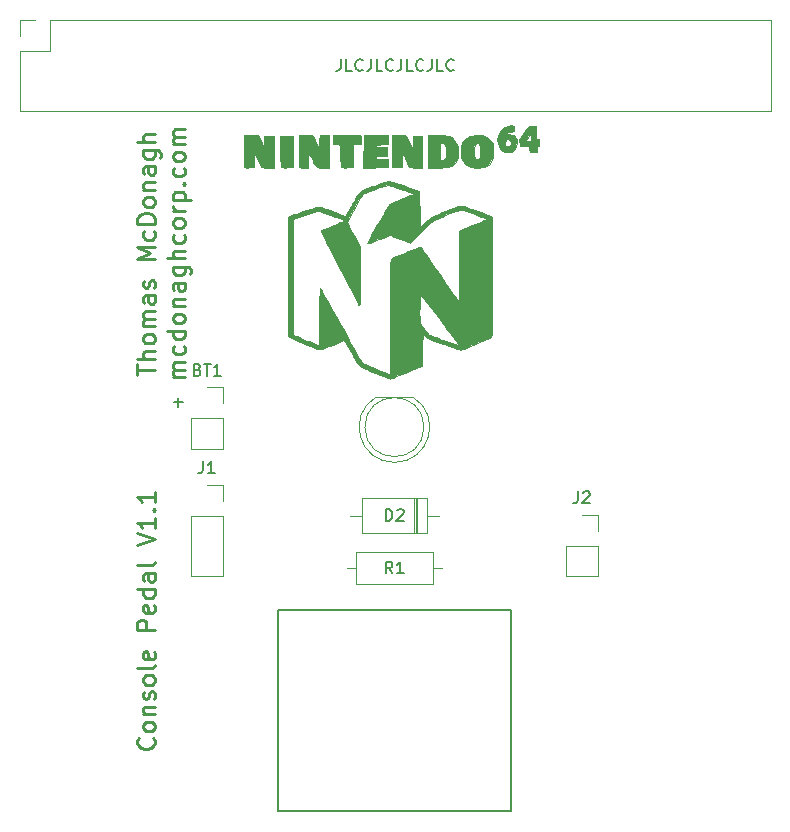
<source format=gbr>
G04 #@! TF.GenerationSoftware,KiCad,Pcbnew,(5.1.7)-1*
G04 #@! TF.CreationDate,2021-02-06T12:47:29-06:00*
G04 #@! TF.ProjectId,ConsolePedal,436f6e73-6f6c-4655-9065-64616c2e6b69,rev?*
G04 #@! TF.SameCoordinates,Original*
G04 #@! TF.FileFunction,Legend,Top*
G04 #@! TF.FilePolarity,Positive*
%FSLAX46Y46*%
G04 Gerber Fmt 4.6, Leading zero omitted, Abs format (unit mm)*
G04 Created by KiCad (PCBNEW (5.1.7)-1) date 2021-02-06 12:47:29*
%MOMM*%
%LPD*%
G01*
G04 APERTURE LIST*
%ADD10C,0.150000*%
%ADD11C,0.250000*%
%ADD12C,0.010000*%
%ADD13C,0.120000*%
%ADD14C,0.203200*%
G04 APERTURE END LIST*
D10*
X132610952Y-38822380D02*
X132610952Y-39536666D01*
X132563333Y-39679523D01*
X132468095Y-39774761D01*
X132325238Y-39822380D01*
X132230000Y-39822380D01*
X133563333Y-39822380D02*
X133087142Y-39822380D01*
X133087142Y-38822380D01*
X134468095Y-39727142D02*
X134420476Y-39774761D01*
X134277619Y-39822380D01*
X134182380Y-39822380D01*
X134039523Y-39774761D01*
X133944285Y-39679523D01*
X133896666Y-39584285D01*
X133849047Y-39393809D01*
X133849047Y-39250952D01*
X133896666Y-39060476D01*
X133944285Y-38965238D01*
X134039523Y-38870000D01*
X134182380Y-38822380D01*
X134277619Y-38822380D01*
X134420476Y-38870000D01*
X134468095Y-38917619D01*
X135182380Y-38822380D02*
X135182380Y-39536666D01*
X135134761Y-39679523D01*
X135039523Y-39774761D01*
X134896666Y-39822380D01*
X134801428Y-39822380D01*
X136134761Y-39822380D02*
X135658571Y-39822380D01*
X135658571Y-38822380D01*
X137039523Y-39727142D02*
X136991904Y-39774761D01*
X136849047Y-39822380D01*
X136753809Y-39822380D01*
X136610952Y-39774761D01*
X136515714Y-39679523D01*
X136468095Y-39584285D01*
X136420476Y-39393809D01*
X136420476Y-39250952D01*
X136468095Y-39060476D01*
X136515714Y-38965238D01*
X136610952Y-38870000D01*
X136753809Y-38822380D01*
X136849047Y-38822380D01*
X136991904Y-38870000D01*
X137039523Y-38917619D01*
X137753809Y-38822380D02*
X137753809Y-39536666D01*
X137706190Y-39679523D01*
X137610952Y-39774761D01*
X137468095Y-39822380D01*
X137372857Y-39822380D01*
X138706190Y-39822380D02*
X138230000Y-39822380D01*
X138230000Y-38822380D01*
X139610952Y-39727142D02*
X139563333Y-39774761D01*
X139420476Y-39822380D01*
X139325238Y-39822380D01*
X139182380Y-39774761D01*
X139087142Y-39679523D01*
X139039523Y-39584285D01*
X138991904Y-39393809D01*
X138991904Y-39250952D01*
X139039523Y-39060476D01*
X139087142Y-38965238D01*
X139182380Y-38870000D01*
X139325238Y-38822380D01*
X139420476Y-38822380D01*
X139563333Y-38870000D01*
X139610952Y-38917619D01*
X140325238Y-38822380D02*
X140325238Y-39536666D01*
X140277619Y-39679523D01*
X140182380Y-39774761D01*
X140039523Y-39822380D01*
X139944285Y-39822380D01*
X141277619Y-39822380D02*
X140801428Y-39822380D01*
X140801428Y-38822380D01*
X142182380Y-39727142D02*
X142134761Y-39774761D01*
X141991904Y-39822380D01*
X141896666Y-39822380D01*
X141753809Y-39774761D01*
X141658571Y-39679523D01*
X141610952Y-39584285D01*
X141563333Y-39393809D01*
X141563333Y-39250952D01*
X141610952Y-39060476D01*
X141658571Y-38965238D01*
X141753809Y-38870000D01*
X141896666Y-38822380D01*
X141991904Y-38822380D01*
X142134761Y-38870000D01*
X142182380Y-38917619D01*
X118491047Y-67889428D02*
X119252952Y-67889428D01*
X118872000Y-68270380D02*
X118872000Y-67508476D01*
D11*
X116740714Y-96288571D02*
X116812142Y-96360000D01*
X116883571Y-96574285D01*
X116883571Y-96717142D01*
X116812142Y-96931428D01*
X116669285Y-97074285D01*
X116526428Y-97145714D01*
X116240714Y-97217142D01*
X116026428Y-97217142D01*
X115740714Y-97145714D01*
X115597857Y-97074285D01*
X115455000Y-96931428D01*
X115383571Y-96717142D01*
X115383571Y-96574285D01*
X115455000Y-96360000D01*
X115526428Y-96288571D01*
X116883571Y-95431428D02*
X116812142Y-95574285D01*
X116740714Y-95645714D01*
X116597857Y-95717142D01*
X116169285Y-95717142D01*
X116026428Y-95645714D01*
X115955000Y-95574285D01*
X115883571Y-95431428D01*
X115883571Y-95217142D01*
X115955000Y-95074285D01*
X116026428Y-95002857D01*
X116169285Y-94931428D01*
X116597857Y-94931428D01*
X116740714Y-95002857D01*
X116812142Y-95074285D01*
X116883571Y-95217142D01*
X116883571Y-95431428D01*
X115883571Y-94288571D02*
X116883571Y-94288571D01*
X116026428Y-94288571D02*
X115955000Y-94217142D01*
X115883571Y-94074285D01*
X115883571Y-93860000D01*
X115955000Y-93717142D01*
X116097857Y-93645714D01*
X116883571Y-93645714D01*
X116812142Y-93002857D02*
X116883571Y-92860000D01*
X116883571Y-92574285D01*
X116812142Y-92431428D01*
X116669285Y-92360000D01*
X116597857Y-92360000D01*
X116455000Y-92431428D01*
X116383571Y-92574285D01*
X116383571Y-92788571D01*
X116312142Y-92931428D01*
X116169285Y-93002857D01*
X116097857Y-93002857D01*
X115955000Y-92931428D01*
X115883571Y-92788571D01*
X115883571Y-92574285D01*
X115955000Y-92431428D01*
X116883571Y-91502857D02*
X116812142Y-91645714D01*
X116740714Y-91717142D01*
X116597857Y-91788571D01*
X116169285Y-91788571D01*
X116026428Y-91717142D01*
X115955000Y-91645714D01*
X115883571Y-91502857D01*
X115883571Y-91288571D01*
X115955000Y-91145714D01*
X116026428Y-91074285D01*
X116169285Y-91002857D01*
X116597857Y-91002857D01*
X116740714Y-91074285D01*
X116812142Y-91145714D01*
X116883571Y-91288571D01*
X116883571Y-91502857D01*
X116883571Y-90145714D02*
X116812142Y-90288571D01*
X116669285Y-90360000D01*
X115383571Y-90360000D01*
X116812142Y-89002857D02*
X116883571Y-89145714D01*
X116883571Y-89431428D01*
X116812142Y-89574285D01*
X116669285Y-89645714D01*
X116097857Y-89645714D01*
X115955000Y-89574285D01*
X115883571Y-89431428D01*
X115883571Y-89145714D01*
X115955000Y-89002857D01*
X116097857Y-88931428D01*
X116240714Y-88931428D01*
X116383571Y-89645714D01*
X116883571Y-87145714D02*
X115383571Y-87145714D01*
X115383571Y-86574285D01*
X115455000Y-86431428D01*
X115526428Y-86360000D01*
X115669285Y-86288571D01*
X115883571Y-86288571D01*
X116026428Y-86360000D01*
X116097857Y-86431428D01*
X116169285Y-86574285D01*
X116169285Y-87145714D01*
X116812142Y-85074285D02*
X116883571Y-85217142D01*
X116883571Y-85502857D01*
X116812142Y-85645714D01*
X116669285Y-85717142D01*
X116097857Y-85717142D01*
X115955000Y-85645714D01*
X115883571Y-85502857D01*
X115883571Y-85217142D01*
X115955000Y-85074285D01*
X116097857Y-85002857D01*
X116240714Y-85002857D01*
X116383571Y-85717142D01*
X116883571Y-83717142D02*
X115383571Y-83717142D01*
X116812142Y-83717142D02*
X116883571Y-83860000D01*
X116883571Y-84145714D01*
X116812142Y-84288571D01*
X116740714Y-84360000D01*
X116597857Y-84431428D01*
X116169285Y-84431428D01*
X116026428Y-84360000D01*
X115955000Y-84288571D01*
X115883571Y-84145714D01*
X115883571Y-83860000D01*
X115955000Y-83717142D01*
X116883571Y-82360000D02*
X116097857Y-82360000D01*
X115955000Y-82431428D01*
X115883571Y-82574285D01*
X115883571Y-82860000D01*
X115955000Y-83002857D01*
X116812142Y-82360000D02*
X116883571Y-82502857D01*
X116883571Y-82860000D01*
X116812142Y-83002857D01*
X116669285Y-83074285D01*
X116526428Y-83074285D01*
X116383571Y-83002857D01*
X116312142Y-82860000D01*
X116312142Y-82502857D01*
X116240714Y-82360000D01*
X116883571Y-81431428D02*
X116812142Y-81574285D01*
X116669285Y-81645714D01*
X115383571Y-81645714D01*
X115383571Y-79931428D02*
X116883571Y-79431428D01*
X115383571Y-78931428D01*
X116883571Y-77645714D02*
X116883571Y-78502857D01*
X116883571Y-78074285D02*
X115383571Y-78074285D01*
X115597857Y-78217142D01*
X115740714Y-78360000D01*
X115812142Y-78502857D01*
X116740714Y-77002857D02*
X116812142Y-76931428D01*
X116883571Y-77002857D01*
X116812142Y-77074285D01*
X116740714Y-77002857D01*
X116883571Y-77002857D01*
X116883571Y-75502857D02*
X116883571Y-76360000D01*
X116883571Y-75931428D02*
X115383571Y-75931428D01*
X115597857Y-76074285D01*
X115740714Y-76217142D01*
X115812142Y-76360000D01*
X115403571Y-65530714D02*
X115403571Y-64673571D01*
X116903571Y-65102142D02*
X115403571Y-65102142D01*
X116903571Y-64173571D02*
X115403571Y-64173571D01*
X116903571Y-63530714D02*
X116117857Y-63530714D01*
X115975000Y-63602142D01*
X115903571Y-63745000D01*
X115903571Y-63959285D01*
X115975000Y-64102142D01*
X116046428Y-64173571D01*
X116903571Y-62602142D02*
X116832142Y-62745000D01*
X116760714Y-62816428D01*
X116617857Y-62887857D01*
X116189285Y-62887857D01*
X116046428Y-62816428D01*
X115975000Y-62745000D01*
X115903571Y-62602142D01*
X115903571Y-62387857D01*
X115975000Y-62245000D01*
X116046428Y-62173571D01*
X116189285Y-62102142D01*
X116617857Y-62102142D01*
X116760714Y-62173571D01*
X116832142Y-62245000D01*
X116903571Y-62387857D01*
X116903571Y-62602142D01*
X116903571Y-61459285D02*
X115903571Y-61459285D01*
X116046428Y-61459285D02*
X115975000Y-61387857D01*
X115903571Y-61245000D01*
X115903571Y-61030714D01*
X115975000Y-60887857D01*
X116117857Y-60816428D01*
X116903571Y-60816428D01*
X116117857Y-60816428D02*
X115975000Y-60745000D01*
X115903571Y-60602142D01*
X115903571Y-60387857D01*
X115975000Y-60245000D01*
X116117857Y-60173571D01*
X116903571Y-60173571D01*
X116903571Y-58816428D02*
X116117857Y-58816428D01*
X115975000Y-58887857D01*
X115903571Y-59030714D01*
X115903571Y-59316428D01*
X115975000Y-59459285D01*
X116832142Y-58816428D02*
X116903571Y-58959285D01*
X116903571Y-59316428D01*
X116832142Y-59459285D01*
X116689285Y-59530714D01*
X116546428Y-59530714D01*
X116403571Y-59459285D01*
X116332142Y-59316428D01*
X116332142Y-58959285D01*
X116260714Y-58816428D01*
X116832142Y-58173571D02*
X116903571Y-58030714D01*
X116903571Y-57745000D01*
X116832142Y-57602142D01*
X116689285Y-57530714D01*
X116617857Y-57530714D01*
X116475000Y-57602142D01*
X116403571Y-57745000D01*
X116403571Y-57959285D01*
X116332142Y-58102142D01*
X116189285Y-58173571D01*
X116117857Y-58173571D01*
X115975000Y-58102142D01*
X115903571Y-57959285D01*
X115903571Y-57745000D01*
X115975000Y-57602142D01*
X116903571Y-55745000D02*
X115403571Y-55745000D01*
X116475000Y-55245000D01*
X115403571Y-54745000D01*
X116903571Y-54745000D01*
X116832142Y-53387857D02*
X116903571Y-53530714D01*
X116903571Y-53816428D01*
X116832142Y-53959285D01*
X116760714Y-54030714D01*
X116617857Y-54102142D01*
X116189285Y-54102142D01*
X116046428Y-54030714D01*
X115975000Y-53959285D01*
X115903571Y-53816428D01*
X115903571Y-53530714D01*
X115975000Y-53387857D01*
X116903571Y-52745000D02*
X115403571Y-52745000D01*
X115403571Y-52387857D01*
X115475000Y-52173571D01*
X115617857Y-52030714D01*
X115760714Y-51959285D01*
X116046428Y-51887857D01*
X116260714Y-51887857D01*
X116546428Y-51959285D01*
X116689285Y-52030714D01*
X116832142Y-52173571D01*
X116903571Y-52387857D01*
X116903571Y-52745000D01*
X116903571Y-51030714D02*
X116832142Y-51173571D01*
X116760714Y-51245000D01*
X116617857Y-51316428D01*
X116189285Y-51316428D01*
X116046428Y-51245000D01*
X115975000Y-51173571D01*
X115903571Y-51030714D01*
X115903571Y-50816428D01*
X115975000Y-50673571D01*
X116046428Y-50602142D01*
X116189285Y-50530714D01*
X116617857Y-50530714D01*
X116760714Y-50602142D01*
X116832142Y-50673571D01*
X116903571Y-50816428D01*
X116903571Y-51030714D01*
X115903571Y-49887857D02*
X116903571Y-49887857D01*
X116046428Y-49887857D02*
X115975000Y-49816428D01*
X115903571Y-49673571D01*
X115903571Y-49459285D01*
X115975000Y-49316428D01*
X116117857Y-49245000D01*
X116903571Y-49245000D01*
X116903571Y-47887857D02*
X116117857Y-47887857D01*
X115975000Y-47959285D01*
X115903571Y-48102142D01*
X115903571Y-48387857D01*
X115975000Y-48530714D01*
X116832142Y-47887857D02*
X116903571Y-48030714D01*
X116903571Y-48387857D01*
X116832142Y-48530714D01*
X116689285Y-48602142D01*
X116546428Y-48602142D01*
X116403571Y-48530714D01*
X116332142Y-48387857D01*
X116332142Y-48030714D01*
X116260714Y-47887857D01*
X115903571Y-46530714D02*
X117117857Y-46530714D01*
X117260714Y-46602142D01*
X117332142Y-46673571D01*
X117403571Y-46816428D01*
X117403571Y-47030714D01*
X117332142Y-47173571D01*
X116832142Y-46530714D02*
X116903571Y-46673571D01*
X116903571Y-46959285D01*
X116832142Y-47102142D01*
X116760714Y-47173571D01*
X116617857Y-47245000D01*
X116189285Y-47245000D01*
X116046428Y-47173571D01*
X115975000Y-47102142D01*
X115903571Y-46959285D01*
X115903571Y-46673571D01*
X115975000Y-46530714D01*
X116903571Y-45816428D02*
X115403571Y-45816428D01*
X116903571Y-45173571D02*
X116117857Y-45173571D01*
X115975000Y-45245000D01*
X115903571Y-45387857D01*
X115903571Y-45602142D01*
X115975000Y-45745000D01*
X116046428Y-45816428D01*
X119403571Y-65745000D02*
X118403571Y-65745000D01*
X118546428Y-65745000D02*
X118475000Y-65673571D01*
X118403571Y-65530714D01*
X118403571Y-65316428D01*
X118475000Y-65173571D01*
X118617857Y-65102142D01*
X119403571Y-65102142D01*
X118617857Y-65102142D02*
X118475000Y-65030714D01*
X118403571Y-64887857D01*
X118403571Y-64673571D01*
X118475000Y-64530714D01*
X118617857Y-64459285D01*
X119403571Y-64459285D01*
X119332142Y-63102142D02*
X119403571Y-63245000D01*
X119403571Y-63530714D01*
X119332142Y-63673571D01*
X119260714Y-63745000D01*
X119117857Y-63816428D01*
X118689285Y-63816428D01*
X118546428Y-63745000D01*
X118475000Y-63673571D01*
X118403571Y-63530714D01*
X118403571Y-63245000D01*
X118475000Y-63102142D01*
X119403571Y-61816428D02*
X117903571Y-61816428D01*
X119332142Y-61816428D02*
X119403571Y-61959285D01*
X119403571Y-62245000D01*
X119332142Y-62387857D01*
X119260714Y-62459285D01*
X119117857Y-62530714D01*
X118689285Y-62530714D01*
X118546428Y-62459285D01*
X118475000Y-62387857D01*
X118403571Y-62245000D01*
X118403571Y-61959285D01*
X118475000Y-61816428D01*
X119403571Y-60887857D02*
X119332142Y-61030714D01*
X119260714Y-61102142D01*
X119117857Y-61173571D01*
X118689285Y-61173571D01*
X118546428Y-61102142D01*
X118475000Y-61030714D01*
X118403571Y-60887857D01*
X118403571Y-60673571D01*
X118475000Y-60530714D01*
X118546428Y-60459285D01*
X118689285Y-60387857D01*
X119117857Y-60387857D01*
X119260714Y-60459285D01*
X119332142Y-60530714D01*
X119403571Y-60673571D01*
X119403571Y-60887857D01*
X118403571Y-59745000D02*
X119403571Y-59745000D01*
X118546428Y-59745000D02*
X118475000Y-59673571D01*
X118403571Y-59530714D01*
X118403571Y-59316428D01*
X118475000Y-59173571D01*
X118617857Y-59102142D01*
X119403571Y-59102142D01*
X119403571Y-57745000D02*
X118617857Y-57745000D01*
X118475000Y-57816428D01*
X118403571Y-57959285D01*
X118403571Y-58245000D01*
X118475000Y-58387857D01*
X119332142Y-57745000D02*
X119403571Y-57887857D01*
X119403571Y-58245000D01*
X119332142Y-58387857D01*
X119189285Y-58459285D01*
X119046428Y-58459285D01*
X118903571Y-58387857D01*
X118832142Y-58245000D01*
X118832142Y-57887857D01*
X118760714Y-57745000D01*
X118403571Y-56387857D02*
X119617857Y-56387857D01*
X119760714Y-56459285D01*
X119832142Y-56530714D01*
X119903571Y-56673571D01*
X119903571Y-56887857D01*
X119832142Y-57030714D01*
X119332142Y-56387857D02*
X119403571Y-56530714D01*
X119403571Y-56816428D01*
X119332142Y-56959285D01*
X119260714Y-57030714D01*
X119117857Y-57102142D01*
X118689285Y-57102142D01*
X118546428Y-57030714D01*
X118475000Y-56959285D01*
X118403571Y-56816428D01*
X118403571Y-56530714D01*
X118475000Y-56387857D01*
X119403571Y-55673571D02*
X117903571Y-55673571D01*
X119403571Y-55030714D02*
X118617857Y-55030714D01*
X118475000Y-55102142D01*
X118403571Y-55245000D01*
X118403571Y-55459285D01*
X118475000Y-55602142D01*
X118546428Y-55673571D01*
X119332142Y-53673571D02*
X119403571Y-53816428D01*
X119403571Y-54102142D01*
X119332142Y-54245000D01*
X119260714Y-54316428D01*
X119117857Y-54387857D01*
X118689285Y-54387857D01*
X118546428Y-54316428D01*
X118475000Y-54245000D01*
X118403571Y-54102142D01*
X118403571Y-53816428D01*
X118475000Y-53673571D01*
X119403571Y-52816428D02*
X119332142Y-52959285D01*
X119260714Y-53030714D01*
X119117857Y-53102142D01*
X118689285Y-53102142D01*
X118546428Y-53030714D01*
X118475000Y-52959285D01*
X118403571Y-52816428D01*
X118403571Y-52602142D01*
X118475000Y-52459285D01*
X118546428Y-52387857D01*
X118689285Y-52316428D01*
X119117857Y-52316428D01*
X119260714Y-52387857D01*
X119332142Y-52459285D01*
X119403571Y-52602142D01*
X119403571Y-52816428D01*
X119403571Y-51673571D02*
X118403571Y-51673571D01*
X118689285Y-51673571D02*
X118546428Y-51602142D01*
X118475000Y-51530714D01*
X118403571Y-51387857D01*
X118403571Y-51245000D01*
X118403571Y-50745000D02*
X119903571Y-50745000D01*
X118475000Y-50745000D02*
X118403571Y-50602142D01*
X118403571Y-50316428D01*
X118475000Y-50173571D01*
X118546428Y-50102142D01*
X118689285Y-50030714D01*
X119117857Y-50030714D01*
X119260714Y-50102142D01*
X119332142Y-50173571D01*
X119403571Y-50316428D01*
X119403571Y-50602142D01*
X119332142Y-50745000D01*
X119260714Y-49387857D02*
X119332142Y-49316428D01*
X119403571Y-49387857D01*
X119332142Y-49459285D01*
X119260714Y-49387857D01*
X119403571Y-49387857D01*
X119332142Y-48030714D02*
X119403571Y-48173571D01*
X119403571Y-48459285D01*
X119332142Y-48602142D01*
X119260714Y-48673571D01*
X119117857Y-48745000D01*
X118689285Y-48745000D01*
X118546428Y-48673571D01*
X118475000Y-48602142D01*
X118403571Y-48459285D01*
X118403571Y-48173571D01*
X118475000Y-48030714D01*
X119403571Y-47173571D02*
X119332142Y-47316428D01*
X119260714Y-47387857D01*
X119117857Y-47459285D01*
X118689285Y-47459285D01*
X118546428Y-47387857D01*
X118475000Y-47316428D01*
X118403571Y-47173571D01*
X118403571Y-46959285D01*
X118475000Y-46816428D01*
X118546428Y-46745000D01*
X118689285Y-46673571D01*
X119117857Y-46673571D01*
X119260714Y-46745000D01*
X119332142Y-46816428D01*
X119403571Y-46959285D01*
X119403571Y-47173571D01*
X119403571Y-46030714D02*
X118403571Y-46030714D01*
X118546428Y-46030714D02*
X118475000Y-45959285D01*
X118403571Y-45816428D01*
X118403571Y-45602142D01*
X118475000Y-45459285D01*
X118617857Y-45387857D01*
X119403571Y-45387857D01*
X118617857Y-45387857D02*
X118475000Y-45316428D01*
X118403571Y-45173571D01*
X118403571Y-44959285D01*
X118475000Y-44816428D01*
X118617857Y-44745000D01*
X119403571Y-44745000D01*
D12*
G04 #@! TO.C,G\u002A\u002A\u002A*
G36*
X148871422Y-44500884D02*
G01*
X149161500Y-44513500D01*
X149185196Y-45593000D01*
X149440535Y-45593000D01*
X149428017Y-45878750D01*
X149418621Y-46031842D01*
X149402684Y-46119712D01*
X149373333Y-46161803D01*
X149323691Y-46177558D01*
X149322283Y-46177761D01*
X149268308Y-46195639D01*
X149237880Y-46243818D01*
X149222193Y-46343430D01*
X149216449Y-46431761D01*
X149203833Y-46672500D01*
X148926873Y-46684817D01*
X148780578Y-46686866D01*
X148669527Y-46680158D01*
X148619956Y-46667178D01*
X148603064Y-46610969D01*
X148592201Y-46499319D01*
X148590000Y-46412978D01*
X148590000Y-46188733D01*
X148177250Y-46176616D01*
X147764500Y-46164500D01*
X147751835Y-45897546D01*
X147745985Y-45774226D01*
X148293667Y-45774226D01*
X148331774Y-45779519D01*
X148429199Y-45782876D01*
X148505333Y-45783500D01*
X148717000Y-45783500D01*
X148717000Y-45116470D01*
X148505333Y-45440711D01*
X148412607Y-45583696D01*
X148340525Y-45696644D01*
X148299399Y-45763304D01*
X148293667Y-45774226D01*
X147745985Y-45774226D01*
X147739170Y-45630591D01*
X148066898Y-45120600D01*
X148191894Y-44931824D01*
X148308855Y-44765552D01*
X148406769Y-44636720D01*
X148474624Y-44560267D01*
X148487985Y-44549439D01*
X148596470Y-44511031D01*
X148770873Y-44498521D01*
X148871422Y-44500884D01*
G37*
X148871422Y-44500884D02*
X149161500Y-44513500D01*
X149185196Y-45593000D01*
X149440535Y-45593000D01*
X149428017Y-45878750D01*
X149418621Y-46031842D01*
X149402684Y-46119712D01*
X149373333Y-46161803D01*
X149323691Y-46177558D01*
X149322283Y-46177761D01*
X149268308Y-46195639D01*
X149237880Y-46243818D01*
X149222193Y-46343430D01*
X149216449Y-46431761D01*
X149203833Y-46672500D01*
X148926873Y-46684817D01*
X148780578Y-46686866D01*
X148669527Y-46680158D01*
X148619956Y-46667178D01*
X148603064Y-46610969D01*
X148592201Y-46499319D01*
X148590000Y-46412978D01*
X148590000Y-46188733D01*
X148177250Y-46176616D01*
X147764500Y-46164500D01*
X147751835Y-45897546D01*
X147745985Y-45774226D01*
X148293667Y-45774226D01*
X148331774Y-45779519D01*
X148429199Y-45782876D01*
X148505333Y-45783500D01*
X148717000Y-45783500D01*
X148717000Y-45116470D01*
X148505333Y-45440711D01*
X148412607Y-45583696D01*
X148340525Y-45696644D01*
X148299399Y-45763304D01*
X148293667Y-45774226D01*
X147745985Y-45774226D01*
X147739170Y-45630591D01*
X148066898Y-45120600D01*
X148191894Y-44931824D01*
X148308855Y-44765552D01*
X148406769Y-44636720D01*
X148474624Y-44560267D01*
X148487985Y-44549439D01*
X148596470Y-44511031D01*
X148770873Y-44498521D01*
X148871422Y-44500884D01*
G36*
X147130481Y-44426094D02*
G01*
X147185921Y-44453371D01*
X147254959Y-44503410D01*
X147288436Y-44571173D01*
X147298534Y-44686161D01*
X147298833Y-44726790D01*
X147298833Y-44936834D01*
X147055915Y-44958464D01*
X146888190Y-44984090D01*
X146773288Y-45032231D01*
X146704519Y-45088572D01*
X146596042Y-45197049D01*
X146870237Y-45193941D01*
X147095636Y-45211590D01*
X147262925Y-45276752D01*
X147389633Y-45398902D01*
X147457517Y-45511343D01*
X147518671Y-45709185D01*
X147527981Y-45937438D01*
X147489919Y-46169250D01*
X147408954Y-46377771D01*
X147289556Y-46536150D01*
X147286448Y-46538942D01*
X147095994Y-46656169D01*
X146867975Y-46716232D01*
X146632442Y-46712921D01*
X146543118Y-46692540D01*
X146303233Y-46580329D01*
X146114097Y-46409990D01*
X145978775Y-46193359D01*
X145900332Y-45942268D01*
X145900001Y-45937361D01*
X146481607Y-45937361D01*
X146525398Y-46060424D01*
X146617458Y-46150838D01*
X146748500Y-46185667D01*
X146858002Y-46156223D01*
X146939000Y-46101000D01*
X147012200Y-45975892D01*
X147007779Y-45837413D01*
X146926609Y-45703920D01*
X146919757Y-45696909D01*
X146801938Y-45610824D01*
X146692110Y-45605761D01*
X146575425Y-45681214D01*
X146571312Y-45685046D01*
X146494205Y-45804589D01*
X146481607Y-45937361D01*
X145900001Y-45937361D01*
X145881831Y-45668551D01*
X145926338Y-45384043D01*
X146036916Y-45100578D01*
X146101714Y-44987955D01*
X146296515Y-44756818D01*
X146554921Y-44578726D01*
X146826088Y-44467723D01*
X146968832Y-44426185D01*
X147060747Y-44412689D01*
X147130481Y-44426094D01*
G37*
X147130481Y-44426094D02*
X147185921Y-44453371D01*
X147254959Y-44503410D01*
X147288436Y-44571173D01*
X147298534Y-44686161D01*
X147298833Y-44726790D01*
X147298833Y-44936834D01*
X147055915Y-44958464D01*
X146888190Y-44984090D01*
X146773288Y-45032231D01*
X146704519Y-45088572D01*
X146596042Y-45197049D01*
X146870237Y-45193941D01*
X147095636Y-45211590D01*
X147262925Y-45276752D01*
X147389633Y-45398902D01*
X147457517Y-45511343D01*
X147518671Y-45709185D01*
X147527981Y-45937438D01*
X147489919Y-46169250D01*
X147408954Y-46377771D01*
X147289556Y-46536150D01*
X147286448Y-46538942D01*
X147095994Y-46656169D01*
X146867975Y-46716232D01*
X146632442Y-46712921D01*
X146543118Y-46692540D01*
X146303233Y-46580329D01*
X146114097Y-46409990D01*
X145978775Y-46193359D01*
X145900332Y-45942268D01*
X145900001Y-45937361D01*
X146481607Y-45937361D01*
X146525398Y-46060424D01*
X146617458Y-46150838D01*
X146748500Y-46185667D01*
X146858002Y-46156223D01*
X146939000Y-46101000D01*
X147012200Y-45975892D01*
X147007779Y-45837413D01*
X146926609Y-45703920D01*
X146919757Y-45696909D01*
X146801938Y-45610824D01*
X146692110Y-45605761D01*
X146575425Y-45681214D01*
X146571312Y-45685046D01*
X146494205Y-45804589D01*
X146481607Y-45937361D01*
X145900001Y-45937361D01*
X145881831Y-45668551D01*
X145926338Y-45384043D01*
X146036916Y-45100578D01*
X146101714Y-44987955D01*
X146296515Y-44756818D01*
X146554921Y-44578726D01*
X146826088Y-44467723D01*
X146968832Y-44426185D01*
X147060747Y-44412689D01*
X147130481Y-44426094D01*
G36*
X140557250Y-45255086D02*
G01*
X140974412Y-45260868D01*
X141315352Y-45277688D01*
X141587925Y-45306593D01*
X141799986Y-45348634D01*
X141959387Y-45404858D01*
X142044593Y-45453745D01*
X142240710Y-45641917D01*
X142396116Y-45897410D01*
X142505188Y-46210491D01*
X142520640Y-46277710D01*
X142566058Y-46659226D01*
X142536274Y-47012999D01*
X142432540Y-47333370D01*
X142256107Y-47614680D01*
X142214440Y-47663278D01*
X142112128Y-47769539D01*
X142011547Y-47851452D01*
X141899981Y-47912130D01*
X141764713Y-47954685D01*
X141593028Y-47982231D01*
X141372210Y-47997879D01*
X141089543Y-48004743D01*
X140814292Y-48006000D01*
X139996333Y-48006000D01*
X139996333Y-47424736D01*
X141010333Y-47424736D01*
X141167552Y-47399223D01*
X141297986Y-47358415D01*
X141404877Y-47293224D01*
X141411969Y-47286512D01*
X141448765Y-47242124D01*
X141473537Y-47185234D01*
X141488613Y-47099498D01*
X141496321Y-46968574D01*
X141498989Y-46776120D01*
X141499167Y-46674429D01*
X141497733Y-46449544D01*
X141491825Y-46291899D01*
X141479033Y-46184094D01*
X141456948Y-46108725D01*
X141423159Y-46048393D01*
X141409931Y-46030021D01*
X141313439Y-45938881D01*
X141190509Y-45910659D01*
X141177098Y-45910500D01*
X141033500Y-45910500D01*
X141021916Y-46667618D01*
X141010333Y-47424736D01*
X139996333Y-47424736D01*
X139996333Y-45254334D01*
X140557250Y-45255086D01*
G37*
X140557250Y-45255086D02*
X140974412Y-45260868D01*
X141315352Y-45277688D01*
X141587925Y-45306593D01*
X141799986Y-45348634D01*
X141959387Y-45404858D01*
X142044593Y-45453745D01*
X142240710Y-45641917D01*
X142396116Y-45897410D01*
X142505188Y-46210491D01*
X142520640Y-46277710D01*
X142566058Y-46659226D01*
X142536274Y-47012999D01*
X142432540Y-47333370D01*
X142256107Y-47614680D01*
X142214440Y-47663278D01*
X142112128Y-47769539D01*
X142011547Y-47851452D01*
X141899981Y-47912130D01*
X141764713Y-47954685D01*
X141593028Y-47982231D01*
X141372210Y-47997879D01*
X141089543Y-48004743D01*
X140814292Y-48006000D01*
X139996333Y-48006000D01*
X139996333Y-47424736D01*
X141010333Y-47424736D01*
X141167552Y-47399223D01*
X141297986Y-47358415D01*
X141404877Y-47293224D01*
X141411969Y-47286512D01*
X141448765Y-47242124D01*
X141473537Y-47185234D01*
X141488613Y-47099498D01*
X141496321Y-46968574D01*
X141498989Y-46776120D01*
X141499167Y-46674429D01*
X141497733Y-46449544D01*
X141491825Y-46291899D01*
X141479033Y-46184094D01*
X141456948Y-46108725D01*
X141423159Y-46048393D01*
X141409931Y-46030021D01*
X141313439Y-45938881D01*
X141190509Y-45910659D01*
X141177098Y-45910500D01*
X141033500Y-45910500D01*
X141021916Y-46667618D01*
X141010333Y-47424736D01*
X139996333Y-47424736D01*
X139996333Y-45254334D01*
X140557250Y-45255086D01*
G36*
X137732607Y-45257498D02*
G01*
X137916585Y-45266127D01*
X138055339Y-45278922D01*
X138129658Y-45294585D01*
X138131412Y-45295460D01*
X138176546Y-45348231D01*
X138245154Y-45463190D01*
X138328469Y-45624236D01*
X138417728Y-45815268D01*
X138432029Y-45847663D01*
X138518124Y-46039632D01*
X138595014Y-46202484D01*
X138655188Y-46320906D01*
X138691132Y-46379587D01*
X138694550Y-46382687D01*
X138716402Y-46360424D01*
X138726397Y-46275408D01*
X138725891Y-46222068D01*
X138722871Y-46091490D01*
X138721498Y-45910482D01*
X138721987Y-45713269D01*
X138722407Y-45667084D01*
X138726333Y-45296667D01*
X139530667Y-45296667D01*
X139530667Y-48006000D01*
X139012083Y-48005352D01*
X138807715Y-48002549D01*
X138632398Y-47995388D01*
X138504535Y-47984947D01*
X138442529Y-47972302D01*
X138442051Y-47972011D01*
X138403319Y-47921258D01*
X138341081Y-47811412D01*
X138265447Y-47661084D01*
X138218166Y-47559909D01*
X138126115Y-47359163D01*
X138030199Y-47152899D01*
X137946760Y-46976174D01*
X137922906Y-46926500D01*
X137800083Y-46672500D01*
X137797541Y-47318084D01*
X137795000Y-47963667D01*
X136990667Y-47963667D01*
X136990667Y-45254334D01*
X137522616Y-45254334D01*
X137732607Y-45257498D01*
G37*
X137732607Y-45257498D02*
X137916585Y-45266127D01*
X138055339Y-45278922D01*
X138129658Y-45294585D01*
X138131412Y-45295460D01*
X138176546Y-45348231D01*
X138245154Y-45463190D01*
X138328469Y-45624236D01*
X138417728Y-45815268D01*
X138432029Y-45847663D01*
X138518124Y-46039632D01*
X138595014Y-46202484D01*
X138655188Y-46320906D01*
X138691132Y-46379587D01*
X138694550Y-46382687D01*
X138716402Y-46360424D01*
X138726397Y-46275408D01*
X138725891Y-46222068D01*
X138722871Y-46091490D01*
X138721498Y-45910482D01*
X138721987Y-45713269D01*
X138722407Y-45667084D01*
X138726333Y-45296667D01*
X139530667Y-45296667D01*
X139530667Y-48006000D01*
X139012083Y-48005352D01*
X138807715Y-48002549D01*
X138632398Y-47995388D01*
X138504535Y-47984947D01*
X138442529Y-47972302D01*
X138442051Y-47972011D01*
X138403319Y-47921258D01*
X138341081Y-47811412D01*
X138265447Y-47661084D01*
X138218166Y-47559909D01*
X138126115Y-47359163D01*
X138030199Y-47152899D01*
X137946760Y-46976174D01*
X137922906Y-46926500D01*
X137800083Y-46672500D01*
X137797541Y-47318084D01*
X137795000Y-47963667D01*
X136990667Y-47963667D01*
X136990667Y-45254334D01*
X137522616Y-45254334D01*
X137732607Y-45257498D01*
G36*
X136588500Y-46037500D02*
G01*
X136069917Y-46049386D01*
X135852642Y-46055267D01*
X135706186Y-46062811D01*
X135616703Y-46074559D01*
X135570350Y-46093056D01*
X135553282Y-46120843D01*
X135551333Y-46144636D01*
X135557478Y-46182726D01*
X135586153Y-46207057D01*
X135652717Y-46220680D01*
X135772531Y-46226644D01*
X135960954Y-46227999D01*
X135971204Y-46228000D01*
X136157546Y-46230492D01*
X136316358Y-46237193D01*
X136425616Y-46246940D01*
X136458037Y-46253696D01*
X136491233Y-46282348D01*
X136511702Y-46347819D01*
X136522079Y-46465936D01*
X136524999Y-46652526D01*
X136525000Y-46655863D01*
X136525000Y-47032334D01*
X135593667Y-47032334D01*
X135593667Y-47241313D01*
X136091083Y-47253240D01*
X136588500Y-47265167D01*
X136588500Y-47984834D01*
X134534158Y-48007508D01*
X134556500Y-45275500D01*
X136588500Y-45275500D01*
X136588500Y-46037500D01*
G37*
X136588500Y-46037500D02*
X136069917Y-46049386D01*
X135852642Y-46055267D01*
X135706186Y-46062811D01*
X135616703Y-46074559D01*
X135570350Y-46093056D01*
X135553282Y-46120843D01*
X135551333Y-46144636D01*
X135557478Y-46182726D01*
X135586153Y-46207057D01*
X135652717Y-46220680D01*
X135772531Y-46226644D01*
X135960954Y-46227999D01*
X135971204Y-46228000D01*
X136157546Y-46230492D01*
X136316358Y-46237193D01*
X136425616Y-46246940D01*
X136458037Y-46253696D01*
X136491233Y-46282348D01*
X136511702Y-46347819D01*
X136522079Y-46465936D01*
X136524999Y-46652526D01*
X136525000Y-46655863D01*
X136525000Y-47032334D01*
X135593667Y-47032334D01*
X135593667Y-47241313D01*
X136091083Y-47253240D01*
X136588500Y-47265167D01*
X136588500Y-47984834D01*
X134534158Y-48007508D01*
X134556500Y-45275500D01*
X136588500Y-45275500D01*
X136588500Y-46037500D01*
G36*
X134303786Y-45350222D02*
G01*
X134314730Y-45443261D01*
X134318498Y-45586724D01*
X134315344Y-45721306D01*
X134302500Y-45995167D01*
X133975192Y-46007517D01*
X133647885Y-46019867D01*
X133636526Y-47002350D01*
X133625167Y-47984834D01*
X133136077Y-47996688D01*
X132940375Y-47998958D01*
X132776580Y-47996208D01*
X132662714Y-47989051D01*
X132617493Y-47979049D01*
X132608951Y-47929900D01*
X132601379Y-47808595D01*
X132595158Y-47627643D01*
X132590667Y-47399554D01*
X132588284Y-47136837D01*
X132588000Y-47005892D01*
X132588000Y-46062228D01*
X132259917Y-46049864D01*
X131931833Y-46037500D01*
X131931833Y-45275500D01*
X134279385Y-45252998D01*
X134303786Y-45350222D01*
G37*
X134303786Y-45350222D02*
X134314730Y-45443261D01*
X134318498Y-45586724D01*
X134315344Y-45721306D01*
X134302500Y-45995167D01*
X133975192Y-46007517D01*
X133647885Y-46019867D01*
X133636526Y-47002350D01*
X133625167Y-47984834D01*
X133136077Y-47996688D01*
X132940375Y-47998958D01*
X132776580Y-47996208D01*
X132662714Y-47989051D01*
X132617493Y-47979049D01*
X132608951Y-47929900D01*
X132601379Y-47808595D01*
X132595158Y-47627643D01*
X132590667Y-47399554D01*
X132588284Y-47136837D01*
X132588000Y-47005892D01*
X132588000Y-46062228D01*
X132259917Y-46049864D01*
X131931833Y-46037500D01*
X131931833Y-45275500D01*
X134279385Y-45252998D01*
X134303786Y-45350222D01*
G36*
X131614333Y-48006000D02*
G01*
X131091728Y-48006000D01*
X130856676Y-48004980D01*
X130689355Y-47995486D01*
X130572835Y-47967867D01*
X130490189Y-47912473D01*
X130424489Y-47819655D01*
X130358805Y-47679761D01*
X130308245Y-47559362D01*
X130225479Y-47366943D01*
X130127134Y-47146435D01*
X130035476Y-46947667D01*
X129885625Y-46630167D01*
X129882146Y-47318084D01*
X129878667Y-48006000D01*
X129475171Y-48006000D01*
X129263344Y-48001757D01*
X129127816Y-47988358D01*
X129060613Y-47964801D01*
X129051211Y-47952670D01*
X129046493Y-47898464D01*
X129042873Y-47770337D01*
X129040425Y-47579026D01*
X129039221Y-47335272D01*
X129039335Y-47049812D01*
X129040838Y-46733387D01*
X129041957Y-46587420D01*
X129053167Y-45275500D01*
X129627652Y-45263772D01*
X129862681Y-45260153D01*
X130027784Y-45261490D01*
X130137630Y-45269239D01*
X130206886Y-45284854D01*
X130250221Y-45309792D01*
X130267682Y-45327272D01*
X130309446Y-45393292D01*
X130376337Y-45519462D01*
X130459535Y-45688370D01*
X130550220Y-45882601D01*
X130561030Y-45906436D01*
X130788833Y-46410373D01*
X130810000Y-45842936D01*
X130831167Y-45275500D01*
X131614333Y-45251156D01*
X131614333Y-48006000D01*
G37*
X131614333Y-48006000D02*
X131091728Y-48006000D01*
X130856676Y-48004980D01*
X130689355Y-47995486D01*
X130572835Y-47967867D01*
X130490189Y-47912473D01*
X130424489Y-47819655D01*
X130358805Y-47679761D01*
X130308245Y-47559362D01*
X130225479Y-47366943D01*
X130127134Y-47146435D01*
X130035476Y-46947667D01*
X129885625Y-46630167D01*
X129882146Y-47318084D01*
X129878667Y-48006000D01*
X129475171Y-48006000D01*
X129263344Y-48001757D01*
X129127816Y-47988358D01*
X129060613Y-47964801D01*
X129051211Y-47952670D01*
X129046493Y-47898464D01*
X129042873Y-47770337D01*
X129040425Y-47579026D01*
X129039221Y-47335272D01*
X129039335Y-47049812D01*
X129040838Y-46733387D01*
X129041957Y-46587420D01*
X129053167Y-45275500D01*
X129627652Y-45263772D01*
X129862681Y-45260153D01*
X130027784Y-45261490D01*
X130137630Y-45269239D01*
X130206886Y-45284854D01*
X130250221Y-45309792D01*
X130267682Y-45327272D01*
X130309446Y-45393292D01*
X130376337Y-45519462D01*
X130459535Y-45688370D01*
X130550220Y-45882601D01*
X130561030Y-45906436D01*
X130788833Y-46410373D01*
X130810000Y-45842936D01*
X130831167Y-45275500D01*
X131614333Y-45251156D01*
X131614333Y-48006000D01*
G36*
X128026583Y-45305947D02*
G01*
X128545167Y-45317834D01*
X128545167Y-47984834D01*
X128056077Y-47996688D01*
X127860375Y-47998958D01*
X127696580Y-47996208D01*
X127582714Y-47989051D01*
X127537493Y-47979049D01*
X127530244Y-47930956D01*
X127523641Y-47808619D01*
X127517911Y-47622460D01*
X127513280Y-47382901D01*
X127509976Y-47100363D01*
X127508223Y-46785269D01*
X127508000Y-46621808D01*
X127508000Y-45294061D01*
X128026583Y-45305947D01*
G37*
X128026583Y-45305947D02*
X128545167Y-45317834D01*
X128545167Y-47984834D01*
X128056077Y-47996688D01*
X127860375Y-47998958D01*
X127696580Y-47996208D01*
X127582714Y-47989051D01*
X127537493Y-47979049D01*
X127530244Y-47930956D01*
X127523641Y-47808619D01*
X127517911Y-47622460D01*
X127513280Y-47382901D01*
X127509976Y-47100363D01*
X127508223Y-46785269D01*
X127508000Y-46621808D01*
X127508000Y-45294061D01*
X128026583Y-45305947D01*
G36*
X125020917Y-45263755D02*
G01*
X125624167Y-45275500D01*
X125708833Y-45457690D01*
X125765926Y-45579201D01*
X125845907Y-45747722D01*
X125934877Y-45934004D01*
X125970389Y-46008023D01*
X126147278Y-46376167D01*
X126150306Y-45836417D01*
X126153333Y-45296667D01*
X127000000Y-45296667D01*
X127000000Y-48006000D01*
X126472482Y-48006000D01*
X126248726Y-48004686D01*
X126093736Y-47999289D01*
X125991635Y-47987626D01*
X125926544Y-47967514D01*
X125882585Y-47936770D01*
X125869232Y-47923071D01*
X125826706Y-47855988D01*
X125760001Y-47726437D01*
X125676804Y-47550388D01*
X125584801Y-47343815D01*
X125539500Y-47237872D01*
X125285500Y-46635603D01*
X125264333Y-47310218D01*
X125243167Y-47984834D01*
X124860114Y-47996893D01*
X124687503Y-47999143D01*
X124548141Y-47995010D01*
X124462830Y-47985381D01*
X124447364Y-47979254D01*
X124440120Y-47931154D01*
X124433514Y-47808726D01*
X124427770Y-47622308D01*
X124423111Y-47382236D01*
X124419758Y-47098850D01*
X124417936Y-46782486D01*
X124417667Y-46600782D01*
X124417667Y-45252009D01*
X125020917Y-45263755D01*
G37*
X125020917Y-45263755D02*
X125624167Y-45275500D01*
X125708833Y-45457690D01*
X125765926Y-45579201D01*
X125845907Y-45747722D01*
X125934877Y-45934004D01*
X125970389Y-46008023D01*
X126147278Y-46376167D01*
X126150306Y-45836417D01*
X126153333Y-45296667D01*
X127000000Y-45296667D01*
X127000000Y-48006000D01*
X126472482Y-48006000D01*
X126248726Y-48004686D01*
X126093736Y-47999289D01*
X125991635Y-47987626D01*
X125926544Y-47967514D01*
X125882585Y-47936770D01*
X125869232Y-47923071D01*
X125826706Y-47855988D01*
X125760001Y-47726437D01*
X125676804Y-47550388D01*
X125584801Y-47343815D01*
X125539500Y-47237872D01*
X125285500Y-46635603D01*
X125264333Y-47310218D01*
X125243167Y-47984834D01*
X124860114Y-47996893D01*
X124687503Y-47999143D01*
X124548141Y-47995010D01*
X124462830Y-47985381D01*
X124447364Y-47979254D01*
X124440120Y-47931154D01*
X124433514Y-47808726D01*
X124427770Y-47622308D01*
X124423111Y-47382236D01*
X124419758Y-47098850D01*
X124417936Y-46782486D01*
X124417667Y-46600782D01*
X124417667Y-45252009D01*
X125020917Y-45263755D01*
G36*
X144610066Y-45278269D02*
G01*
X144793220Y-45326399D01*
X144952965Y-45408198D01*
X145109113Y-45529058D01*
X145123012Y-45541446D01*
X145282502Y-45699158D01*
X145394061Y-45851486D01*
X145466732Y-46020170D01*
X145509555Y-46226952D01*
X145531573Y-46493574D01*
X145533117Y-46527584D01*
X145528472Y-46909207D01*
X145476042Y-47224405D01*
X145371584Y-47479363D01*
X145210856Y-47680266D01*
X144989616Y-47833300D01*
X144703623Y-47944650D01*
X144532095Y-47987248D01*
X144315112Y-48027463D01*
X144141528Y-48041108D01*
X143974084Y-48027355D01*
X143775520Y-47985376D01*
X143711367Y-47968997D01*
X143393598Y-47849322D01*
X143136933Y-47671580D01*
X142939933Y-47434771D01*
X142938500Y-47432485D01*
X142888341Y-47349600D01*
X142853506Y-47277065D01*
X142831202Y-47197308D01*
X142818637Y-47092757D01*
X142813017Y-46945842D01*
X142811550Y-46738991D01*
X142811500Y-46633487D01*
X142811812Y-46601864D01*
X143893579Y-46601864D01*
X143903438Y-46808047D01*
X143934756Y-47047692D01*
X143988120Y-47209848D01*
X144066177Y-47299441D01*
X144171577Y-47321396D01*
X144179088Y-47320640D01*
X144292864Y-47268318D01*
X144350810Y-47185387D01*
X144381048Y-47084722D01*
X144407857Y-46929906D01*
X144426170Y-46751440D01*
X144428143Y-46719721D01*
X144427169Y-46431755D01*
X144390982Y-46198529D01*
X144321683Y-46028806D01*
X144241743Y-45943241D01*
X144172625Y-45907784D01*
X144115991Y-45922089D01*
X144044504Y-45985981D01*
X143956942Y-46124046D01*
X143906874Y-46327942D01*
X143893579Y-46601864D01*
X142811812Y-46601864D01*
X142814179Y-46362506D01*
X142825532Y-46158759D01*
X142850528Y-46004892D01*
X142894139Y-45883553D01*
X142961335Y-45777390D01*
X143057086Y-45669049D01*
X143100259Y-45625421D01*
X143284121Y-45471116D01*
X143485581Y-45364422D01*
X143724366Y-45298118D01*
X144020204Y-45264979D01*
X144094292Y-45261445D01*
X144383694Y-45258415D01*
X144610066Y-45278269D01*
G37*
X144610066Y-45278269D02*
X144793220Y-45326399D01*
X144952965Y-45408198D01*
X145109113Y-45529058D01*
X145123012Y-45541446D01*
X145282502Y-45699158D01*
X145394061Y-45851486D01*
X145466732Y-46020170D01*
X145509555Y-46226952D01*
X145531573Y-46493574D01*
X145533117Y-46527584D01*
X145528472Y-46909207D01*
X145476042Y-47224405D01*
X145371584Y-47479363D01*
X145210856Y-47680266D01*
X144989616Y-47833300D01*
X144703623Y-47944650D01*
X144532095Y-47987248D01*
X144315112Y-48027463D01*
X144141528Y-48041108D01*
X143974084Y-48027355D01*
X143775520Y-47985376D01*
X143711367Y-47968997D01*
X143393598Y-47849322D01*
X143136933Y-47671580D01*
X142939933Y-47434771D01*
X142938500Y-47432485D01*
X142888341Y-47349600D01*
X142853506Y-47277065D01*
X142831202Y-47197308D01*
X142818637Y-47092757D01*
X142813017Y-46945842D01*
X142811550Y-46738991D01*
X142811500Y-46633487D01*
X142811812Y-46601864D01*
X143893579Y-46601864D01*
X143903438Y-46808047D01*
X143934756Y-47047692D01*
X143988120Y-47209848D01*
X144066177Y-47299441D01*
X144171577Y-47321396D01*
X144179088Y-47320640D01*
X144292864Y-47268318D01*
X144350810Y-47185387D01*
X144381048Y-47084722D01*
X144407857Y-46929906D01*
X144426170Y-46751440D01*
X144428143Y-46719721D01*
X144427169Y-46431755D01*
X144390982Y-46198529D01*
X144321683Y-46028806D01*
X144241743Y-45943241D01*
X144172625Y-45907784D01*
X144115991Y-45922089D01*
X144044504Y-45985981D01*
X143956942Y-46124046D01*
X143906874Y-46327942D01*
X143893579Y-46601864D01*
X142811812Y-46601864D01*
X142814179Y-46362506D01*
X142825532Y-46158759D01*
X142850528Y-46004892D01*
X142894139Y-45883553D01*
X142961335Y-45777390D01*
X143057086Y-45669049D01*
X143100259Y-45625421D01*
X143284121Y-45471116D01*
X143485581Y-45364422D01*
X143724366Y-45298118D01*
X144020204Y-45264979D01*
X144094292Y-45261445D01*
X144383694Y-45258415D01*
X144610066Y-45278269D01*
G36*
X137896190Y-49513755D02*
G01*
X138206105Y-49618682D01*
X138492250Y-49717820D01*
X138744104Y-49807349D01*
X138951148Y-49883446D01*
X139102863Y-49942289D01*
X139188729Y-49980057D01*
X139202062Y-49988219D01*
X139221478Y-50010527D01*
X139237316Y-50047065D01*
X139250020Y-50106210D01*
X139260038Y-50196341D01*
X139267814Y-50325837D01*
X139273794Y-50503076D01*
X139278426Y-50736437D01*
X139282154Y-51034297D01*
X139285426Y-51405037D01*
X139286728Y-51578673D01*
X139297833Y-53107167D01*
X139692776Y-52713961D01*
X139855926Y-52555611D01*
X140012887Y-52410474D01*
X140146396Y-52294067D01*
X140239188Y-52221907D01*
X140243109Y-52219306D01*
X140322974Y-52176551D01*
X140469390Y-52107428D01*
X140670382Y-52017222D01*
X140913973Y-51911215D01*
X141188187Y-51794693D01*
X141481049Y-51672939D01*
X141486750Y-51670595D01*
X141844615Y-51525115D01*
X142133065Y-51411672D01*
X142359886Y-51327532D01*
X142532860Y-51269959D01*
X142659771Y-51236220D01*
X142748403Y-51223581D01*
X142759919Y-51223333D01*
X142842558Y-51227712D01*
X142938066Y-51243101D01*
X143057380Y-51272880D01*
X143211438Y-51320427D01*
X143411176Y-51389123D01*
X143667531Y-51482346D01*
X143991440Y-51603475D01*
X143996833Y-51605509D01*
X144231924Y-51692902D01*
X144486395Y-51785498D01*
X144722543Y-51869660D01*
X144841503Y-51911036D01*
X145020133Y-51978985D01*
X145177382Y-52050826D01*
X145288915Y-52114948D01*
X145317753Y-52138238D01*
X145415000Y-52235485D01*
X145415000Y-57253909D01*
X145414962Y-58011497D01*
X145414801Y-58688971D01*
X145414447Y-59290887D01*
X145413830Y-59821797D01*
X145412879Y-60286256D01*
X145411524Y-60688817D01*
X145409695Y-61034034D01*
X145407321Y-61326461D01*
X145404333Y-61570652D01*
X145400659Y-61771161D01*
X145396230Y-61932541D01*
X145390976Y-62059347D01*
X145384825Y-62156131D01*
X145377708Y-62227448D01*
X145369555Y-62277852D01*
X145360295Y-62311896D01*
X145349858Y-62334135D01*
X145338173Y-62349121D01*
X145336328Y-62351005D01*
X145260883Y-62402725D01*
X145130357Y-62470237D01*
X144969477Y-62541064D01*
X144923578Y-62559317D01*
X144783193Y-62614660D01*
X144581788Y-62695238D01*
X144336641Y-62794076D01*
X144065034Y-62904201D01*
X143784248Y-63018641D01*
X143702334Y-63052145D01*
X143443759Y-63156893D01*
X143209210Y-63249808D01*
X143010743Y-63326285D01*
X142860414Y-63381717D01*
X142770279Y-63411499D01*
X142751713Y-63415334D01*
X142722180Y-63410644D01*
X142664270Y-63395290D01*
X142572229Y-63367345D01*
X142440303Y-63324883D01*
X142262741Y-63265977D01*
X142033789Y-63188701D01*
X141747693Y-63091127D01*
X141398702Y-62971330D01*
X140981062Y-62827382D01*
X140509906Y-62664581D01*
X140237478Y-62565394D01*
X140031506Y-62476340D01*
X139876167Y-62387592D01*
X139755638Y-62289322D01*
X139654095Y-62171700D01*
X139605793Y-62103000D01*
X139586308Y-62077877D01*
X139570742Y-62072411D01*
X139558636Y-62094457D01*
X139549534Y-62151871D01*
X139542979Y-62252506D01*
X139538513Y-62404219D01*
X139535679Y-62614863D01*
X139534021Y-62892294D01*
X139533081Y-63244367D01*
X139532887Y-63355856D01*
X139531986Y-63732585D01*
X139530313Y-64033690D01*
X139527364Y-64268209D01*
X139522635Y-64445184D01*
X139515621Y-64573657D01*
X139505819Y-64662667D01*
X139492726Y-64721255D01*
X139475836Y-64758462D01*
X139454647Y-64783329D01*
X139453250Y-64784606D01*
X139382594Y-64838540D01*
X139345410Y-64854667D01*
X139300191Y-64870230D01*
X139186394Y-64914335D01*
X139013655Y-64983106D01*
X138791610Y-65072666D01*
X138529896Y-65179138D01*
X138238147Y-65298647D01*
X138082596Y-65362667D01*
X137777382Y-65487605D01*
X137495424Y-65601354D01*
X137246726Y-65700009D01*
X137041291Y-65779666D01*
X136889122Y-65836419D01*
X136800221Y-65866363D01*
X136782853Y-65870067D01*
X136725939Y-65854065D01*
X136603013Y-65809509D01*
X136425948Y-65741044D01*
X136206620Y-65653314D01*
X135956904Y-65550962D01*
X135805333Y-65487781D01*
X135540670Y-65377565D01*
X135297020Y-65277555D01*
X135086920Y-65192781D01*
X134922906Y-65128273D01*
X134817513Y-65089059D01*
X134789333Y-65080158D01*
X134511510Y-64973463D01*
X134258742Y-64794027D01*
X134027438Y-64538473D01*
X133814005Y-64203423D01*
X133771274Y-64122947D01*
X133684983Y-63958914D01*
X133569924Y-63744931D01*
X133438997Y-63504752D01*
X133305101Y-63262131D01*
X133256657Y-63175190D01*
X132921338Y-62575213D01*
X132765252Y-62641656D01*
X132314013Y-62832419D01*
X131933986Y-62990047D01*
X131619432Y-63116719D01*
X131364613Y-63214613D01*
X131163788Y-63285908D01*
X131011220Y-63332782D01*
X130901170Y-63357413D01*
X130868861Y-63361432D01*
X130780003Y-63365281D01*
X130691628Y-63357557D01*
X130588608Y-63333788D01*
X130455819Y-63289502D01*
X130278135Y-63220228D01*
X130040429Y-63121494D01*
X130001027Y-63104866D01*
X129731159Y-62991911D01*
X129438956Y-62871382D01*
X129154552Y-62755604D01*
X128908080Y-62656899D01*
X128841500Y-62630680D01*
X128628419Y-62542029D01*
X128444762Y-62455724D01*
X128307870Y-62380450D01*
X128238250Y-62328527D01*
X128143000Y-62225279D01*
X128143624Y-57264056D01*
X128143909Y-56474435D01*
X128144581Y-55765705D01*
X128145680Y-55134090D01*
X128147246Y-54575813D01*
X128149318Y-54087101D01*
X128151935Y-53664176D01*
X128155138Y-53303265D01*
X128158966Y-53000590D01*
X128163459Y-52752376D01*
X128168656Y-52554849D01*
X128174596Y-52404232D01*
X128178291Y-52345167D01*
X128545167Y-52345167D01*
X128545167Y-62166036D01*
X128778000Y-62260097D01*
X128886321Y-62303828D01*
X129057914Y-62373067D01*
X129277529Y-62461662D01*
X129529912Y-62563460D01*
X129799813Y-62672309D01*
X129899833Y-62712643D01*
X130788833Y-63071128D01*
X130799758Y-60618564D01*
X130802310Y-60171631D01*
X130805800Y-59750959D01*
X130810094Y-59363995D01*
X130815056Y-59018183D01*
X130820552Y-58720971D01*
X130826446Y-58479804D01*
X130832604Y-58302129D01*
X130838890Y-58195392D01*
X130844195Y-58166000D01*
X130870992Y-58201937D01*
X130933743Y-58304609D01*
X131028069Y-58466308D01*
X131149589Y-58679325D01*
X131293926Y-58935954D01*
X131456700Y-59228487D01*
X131633532Y-59549214D01*
X131728042Y-59721750D01*
X131956971Y-60140550D01*
X132214417Y-60611440D01*
X132488248Y-61112240D01*
X132766335Y-61620767D01*
X133036548Y-62114840D01*
X133286758Y-62572277D01*
X133435316Y-62843834D01*
X133620953Y-63181477D01*
X133797005Y-63498507D01*
X133958737Y-63786624D01*
X134101410Y-64037527D01*
X134220288Y-64242919D01*
X134310635Y-64394499D01*
X134367712Y-64483968D01*
X134382044Y-64502562D01*
X134414437Y-64529688D01*
X134467203Y-64562756D01*
X134546936Y-64604642D01*
X134660232Y-64658223D01*
X134813685Y-64726373D01*
X135013892Y-64811970D01*
X135267447Y-64917890D01*
X135580945Y-65047008D01*
X135960982Y-65202202D01*
X136334500Y-65354024D01*
X136757833Y-65525848D01*
X136779000Y-60633451D01*
X136780012Y-60406345D01*
X139282708Y-60406345D01*
X139284116Y-60657802D01*
X139287246Y-60861926D01*
X139291977Y-61005902D01*
X139297587Y-61073949D01*
X139337644Y-61174378D01*
X139424222Y-61320691D01*
X139545922Y-61497015D01*
X139691344Y-61687478D01*
X139849090Y-61876208D01*
X139965076Y-62003347D01*
X140040532Y-62078699D01*
X140115574Y-62140810D01*
X140203619Y-62196064D01*
X140318088Y-62250844D01*
X140472398Y-62311533D01*
X140679969Y-62384514D01*
X140954220Y-62476172D01*
X140970000Y-62481385D01*
X141225925Y-62567112D01*
X141523186Y-62668570D01*
X141823532Y-62772611D01*
X142070667Y-62859657D01*
X142274971Y-62931504D01*
X142448769Y-62990897D01*
X142577578Y-63033021D01*
X142646915Y-63053060D01*
X142654717Y-63053844D01*
X142631701Y-63019674D01*
X142561079Y-62924169D01*
X142447117Y-62772914D01*
X142294079Y-62571490D01*
X142106231Y-62325479D01*
X141887840Y-62040464D01*
X141643171Y-61722027D01*
X141376490Y-61375751D01*
X141092061Y-61007217D01*
X140982550Y-60865524D01*
X139297833Y-58686537D01*
X139285549Y-59812685D01*
X139283145Y-60120368D01*
X139282708Y-60406345D01*
X136780012Y-60406345D01*
X136782365Y-59878471D01*
X136785619Y-59203737D01*
X136788838Y-58604827D01*
X136792098Y-58077321D01*
X136795474Y-57616798D01*
X136799043Y-57218838D01*
X136802880Y-56879019D01*
X136807062Y-56592920D01*
X136811665Y-56356122D01*
X136816764Y-56164202D01*
X136822435Y-56012740D01*
X136828755Y-55897316D01*
X136835799Y-55813508D01*
X136843644Y-55756895D01*
X136852365Y-55723057D01*
X136862038Y-55707573D01*
X136863667Y-55706511D01*
X136959060Y-55660237D01*
X137112533Y-55592469D01*
X137312637Y-55507729D01*
X137547922Y-55410539D01*
X137806939Y-55305421D01*
X138078238Y-55196897D01*
X138350371Y-55089488D01*
X138611887Y-54987716D01*
X138851337Y-54896104D01*
X139057271Y-54819173D01*
X139218241Y-54761444D01*
X139322797Y-54727441D01*
X139359244Y-54720904D01*
X139394058Y-54766709D01*
X139468342Y-54869514D01*
X139573194Y-55016831D01*
X139699710Y-55196174D01*
X139793305Y-55329667D01*
X140234985Y-55961039D01*
X140630443Y-56526080D01*
X140981878Y-57027914D01*
X141291491Y-57469663D01*
X141561482Y-57854449D01*
X141794052Y-58185394D01*
X141991400Y-58465621D01*
X142155728Y-58698253D01*
X142289236Y-58886410D01*
X142394124Y-59033217D01*
X142472593Y-59141794D01*
X142526842Y-59215265D01*
X142559073Y-59256752D01*
X142567808Y-59266667D01*
X142580172Y-59272047D01*
X142590679Y-59257738D01*
X142599406Y-59218161D01*
X142606431Y-59147739D01*
X142611835Y-59040893D01*
X142615695Y-58892047D01*
X142618091Y-58695621D01*
X142619100Y-58446037D01*
X142618802Y-58137719D01*
X142617275Y-57765087D01*
X142614598Y-57322565D01*
X142610850Y-56804573D01*
X142607887Y-56426004D01*
X142603445Y-55858240D01*
X142599923Y-55368991D01*
X142597430Y-54952108D01*
X142596073Y-54601441D01*
X142595960Y-54310843D01*
X142597200Y-54074166D01*
X142599900Y-53885259D01*
X142604169Y-53737976D01*
X142610114Y-53626167D01*
X142617843Y-53543683D01*
X142627465Y-53484377D01*
X142639086Y-53442100D01*
X142652816Y-53410703D01*
X142661097Y-53396188D01*
X142719106Y-53325966D01*
X142811843Y-53260458D01*
X142955629Y-53190056D01*
X143134338Y-53117584D01*
X143407303Y-53011022D01*
X143688672Y-52898780D01*
X143967455Y-52785492D01*
X144232660Y-52675788D01*
X144473295Y-52574302D01*
X144678369Y-52485665D01*
X144836891Y-52414510D01*
X144937868Y-52365470D01*
X144970500Y-52343762D01*
X144933105Y-52318949D01*
X144831387Y-52273109D01*
X144681051Y-52212864D01*
X144504833Y-52147364D01*
X144115611Y-52007031D01*
X143784914Y-51886723D01*
X143491319Y-51778600D01*
X143213403Y-51674820D01*
X143201157Y-51670215D01*
X142986732Y-51599731D01*
X142806648Y-51570416D01*
X142632385Y-51583391D01*
X142435426Y-51639776D01*
X142265726Y-51706962D01*
X142109979Y-51772740D01*
X141897568Y-51862448D01*
X141649823Y-51967077D01*
X141388076Y-52077618D01*
X141206075Y-52154480D01*
X140963066Y-52259671D01*
X140734736Y-52363210D01*
X140537733Y-52457195D01*
X140388705Y-52533721D01*
X140313443Y-52578269D01*
X140236963Y-52641158D01*
X140112099Y-52755999D01*
X139948650Y-52913232D01*
X139756413Y-53103300D01*
X139545186Y-53316645D01*
X139340115Y-53527751D01*
X139127247Y-53746356D01*
X138930686Y-53943330D01*
X138758747Y-54110727D01*
X138619750Y-54240599D01*
X138522009Y-54324998D01*
X138473842Y-54355979D01*
X138473319Y-54356000D01*
X138414022Y-54340502D01*
X138289792Y-54297311D01*
X138113817Y-54231383D01*
X137899283Y-54147673D01*
X137659376Y-54051137D01*
X137628468Y-54038500D01*
X137384740Y-53940485D01*
X137163114Y-53854760D01*
X136977201Y-53786318D01*
X136840607Y-53740152D01*
X136766941Y-53721255D01*
X136763229Y-53721055D01*
X136699088Y-53736549D01*
X136569275Y-53779922D01*
X136386301Y-53846557D01*
X136162678Y-53931840D01*
X135910918Y-54031153D01*
X135784716Y-54082060D01*
X135526866Y-54185451D01*
X135293971Y-54276243D01*
X135097859Y-54350035D01*
X134950358Y-54402427D01*
X134863296Y-54429020D01*
X134846078Y-54431255D01*
X134848942Y-54392515D01*
X134891487Y-54291498D01*
X134968883Y-54137951D01*
X135076303Y-53941621D01*
X135166457Y-53784500D01*
X135296129Y-53561944D01*
X135456602Y-53285971D01*
X135636325Y-52976481D01*
X135823749Y-52653368D01*
X136007321Y-52336531D01*
X136100331Y-52175834D01*
X136254450Y-51911244D01*
X136398510Y-51667317D01*
X136526013Y-51454789D01*
X136630460Y-51284397D01*
X136705354Y-51166876D01*
X136742585Y-51114665D01*
X136776400Y-51081331D01*
X136821298Y-51048283D01*
X136886955Y-51011231D01*
X136983043Y-50965880D01*
X137119237Y-50907937D01*
X137305210Y-50833110D01*
X137550637Y-50737106D01*
X137865190Y-50615631D01*
X137879667Y-50610058D01*
X138109438Y-50521168D01*
X138327097Y-50436153D01*
X138513042Y-50362725D01*
X138647675Y-50308597D01*
X138684000Y-50293559D01*
X138794865Y-50244919D01*
X138836274Y-50215716D01*
X138817130Y-50193326D01*
X138768667Y-50173514D01*
X138632696Y-50123895D01*
X138436091Y-50054138D01*
X138197384Y-49970624D01*
X137935113Y-49879736D01*
X137667810Y-49787855D01*
X137414012Y-49701363D01*
X137192253Y-49626643D01*
X137021068Y-49570075D01*
X136952443Y-49548156D01*
X136639054Y-49450532D01*
X135724777Y-49770057D01*
X135365937Y-49896036D01*
X135078840Y-49998461D01*
X134855010Y-50080865D01*
X134685970Y-50146777D01*
X134563246Y-50199729D01*
X134478362Y-50243250D01*
X134422843Y-50280873D01*
X134388212Y-50316127D01*
X134377785Y-50331193D01*
X134291973Y-50474319D01*
X134183663Y-50663731D01*
X134058862Y-50888054D01*
X133923574Y-51135914D01*
X133783804Y-51395934D01*
X133645558Y-51656740D01*
X133514841Y-51906956D01*
X133397658Y-52135208D01*
X133300014Y-52330120D01*
X133227914Y-52480317D01*
X133187364Y-52574425D01*
X133180667Y-52598815D01*
X133199276Y-52663969D01*
X133251744Y-52793304D01*
X133333026Y-52975802D01*
X133438079Y-53200442D01*
X133561861Y-53456206D01*
X133699250Y-53731922D01*
X134217833Y-54758167D01*
X134229732Y-57202917D01*
X134232076Y-57723268D01*
X134233550Y-58165206D01*
X134234019Y-58534979D01*
X134233349Y-58838838D01*
X134231403Y-59083033D01*
X134228047Y-59273813D01*
X134223145Y-59417428D01*
X134216561Y-59520128D01*
X134208161Y-59588163D01*
X134197810Y-59627782D01*
X134185371Y-59645235D01*
X134176815Y-59647667D01*
X134119630Y-59625919D01*
X134112000Y-59606689D01*
X134093174Y-59559226D01*
X134040261Y-59447557D01*
X133958609Y-59282398D01*
X133853564Y-59074466D01*
X133730473Y-58834477D01*
X133631463Y-58643605D01*
X133384396Y-58169347D01*
X133169382Y-57756215D01*
X132979227Y-57390314D01*
X132806739Y-57057747D01*
X132644725Y-56744621D01*
X132485990Y-56437039D01*
X132323343Y-56121107D01*
X132149589Y-55782928D01*
X132036469Y-55562500D01*
X131877040Y-55252313D01*
X131710830Y-54929967D01*
X131547629Y-54614372D01*
X131397226Y-54324443D01*
X131269410Y-54079091D01*
X131204959Y-53956054D01*
X131081107Y-53719225D01*
X130993146Y-53546878D01*
X130936938Y-53428888D01*
X130908349Y-53355128D01*
X130903242Y-53315473D01*
X130917481Y-53299797D01*
X130936024Y-53297667D01*
X130986636Y-53282320D01*
X131102438Y-53239642D01*
X131270388Y-53174677D01*
X131477442Y-53092471D01*
X131708607Y-52998863D01*
X132058087Y-52856056D01*
X132336672Y-52741951D01*
X132551790Y-52653101D01*
X132710872Y-52586061D01*
X132821348Y-52537384D01*
X132890648Y-52503625D01*
X132926201Y-52481336D01*
X132935437Y-52467072D01*
X132925787Y-52457386D01*
X132904681Y-52448833D01*
X132899065Y-52446694D01*
X132516542Y-52299029D01*
X132148885Y-52159067D01*
X131804597Y-52029898D01*
X131492177Y-51914611D01*
X131220124Y-51816294D01*
X130996938Y-51738037D01*
X130831120Y-51682928D01*
X130731168Y-51654056D01*
X130707978Y-51650440D01*
X130644905Y-51664475D01*
X130513429Y-51702013D01*
X130325338Y-51759399D01*
X130092422Y-51832973D01*
X129826469Y-51919078D01*
X129582333Y-51999690D01*
X128545167Y-52345167D01*
X128178291Y-52345167D01*
X128181320Y-52296749D01*
X128188868Y-52228626D01*
X128196800Y-52197000D01*
X128210894Y-52170866D01*
X128230045Y-52146723D01*
X128261271Y-52121948D01*
X128311590Y-52093916D01*
X128388020Y-52060004D01*
X128497581Y-52017588D01*
X128647291Y-51964044D01*
X128844168Y-51896749D01*
X129095230Y-51813077D01*
X129407497Y-51710406D01*
X129787986Y-51586112D01*
X130122408Y-51477101D01*
X130325233Y-51413004D01*
X130504449Y-51360058D01*
X130641829Y-51323396D01*
X130719142Y-51308150D01*
X130723048Y-51308000D01*
X130789472Y-51322411D01*
X130919188Y-51362171D01*
X131096529Y-51422071D01*
X131305827Y-51496903D01*
X131431806Y-51543634D01*
X131673150Y-51634026D01*
X131911142Y-51722627D01*
X132123420Y-51801147D01*
X132287619Y-51861297D01*
X132334000Y-51878060D01*
X132502876Y-51940390D01*
X132664469Y-52002823D01*
X132766557Y-52044592D01*
X132880929Y-52088059D01*
X132967848Y-52111180D01*
X132981006Y-52112333D01*
X133019247Y-52076701D01*
X133089199Y-51977879D01*
X133183866Y-51827978D01*
X133296252Y-51639109D01*
X133419364Y-51423385D01*
X133546206Y-51192916D01*
X133669783Y-50959814D01*
X133783100Y-50736190D01*
X133822090Y-50656062D01*
X134011765Y-50331193D01*
X134241826Y-50071218D01*
X134522243Y-49868261D01*
X134862981Y-49714450D01*
X135107451Y-49640687D01*
X135237008Y-49602986D01*
X135424973Y-49542588D01*
X135650456Y-49466471D01*
X135892569Y-49381612D01*
X136012974Y-49338216D01*
X136663879Y-49101252D01*
X137896190Y-49513755D01*
G37*
X137896190Y-49513755D02*
X138206105Y-49618682D01*
X138492250Y-49717820D01*
X138744104Y-49807349D01*
X138951148Y-49883446D01*
X139102863Y-49942289D01*
X139188729Y-49980057D01*
X139202062Y-49988219D01*
X139221478Y-50010527D01*
X139237316Y-50047065D01*
X139250020Y-50106210D01*
X139260038Y-50196341D01*
X139267814Y-50325837D01*
X139273794Y-50503076D01*
X139278426Y-50736437D01*
X139282154Y-51034297D01*
X139285426Y-51405037D01*
X139286728Y-51578673D01*
X139297833Y-53107167D01*
X139692776Y-52713961D01*
X139855926Y-52555611D01*
X140012887Y-52410474D01*
X140146396Y-52294067D01*
X140239188Y-52221907D01*
X140243109Y-52219306D01*
X140322974Y-52176551D01*
X140469390Y-52107428D01*
X140670382Y-52017222D01*
X140913973Y-51911215D01*
X141188187Y-51794693D01*
X141481049Y-51672939D01*
X141486750Y-51670595D01*
X141844615Y-51525115D01*
X142133065Y-51411672D01*
X142359886Y-51327532D01*
X142532860Y-51269959D01*
X142659771Y-51236220D01*
X142748403Y-51223581D01*
X142759919Y-51223333D01*
X142842558Y-51227712D01*
X142938066Y-51243101D01*
X143057380Y-51272880D01*
X143211438Y-51320427D01*
X143411176Y-51389123D01*
X143667531Y-51482346D01*
X143991440Y-51603475D01*
X143996833Y-51605509D01*
X144231924Y-51692902D01*
X144486395Y-51785498D01*
X144722543Y-51869660D01*
X144841503Y-51911036D01*
X145020133Y-51978985D01*
X145177382Y-52050826D01*
X145288915Y-52114948D01*
X145317753Y-52138238D01*
X145415000Y-52235485D01*
X145415000Y-57253909D01*
X145414962Y-58011497D01*
X145414801Y-58688971D01*
X145414447Y-59290887D01*
X145413830Y-59821797D01*
X145412879Y-60286256D01*
X145411524Y-60688817D01*
X145409695Y-61034034D01*
X145407321Y-61326461D01*
X145404333Y-61570652D01*
X145400659Y-61771161D01*
X145396230Y-61932541D01*
X145390976Y-62059347D01*
X145384825Y-62156131D01*
X145377708Y-62227448D01*
X145369555Y-62277852D01*
X145360295Y-62311896D01*
X145349858Y-62334135D01*
X145338173Y-62349121D01*
X145336328Y-62351005D01*
X145260883Y-62402725D01*
X145130357Y-62470237D01*
X144969477Y-62541064D01*
X144923578Y-62559317D01*
X144783193Y-62614660D01*
X144581788Y-62695238D01*
X144336641Y-62794076D01*
X144065034Y-62904201D01*
X143784248Y-63018641D01*
X143702334Y-63052145D01*
X143443759Y-63156893D01*
X143209210Y-63249808D01*
X143010743Y-63326285D01*
X142860414Y-63381717D01*
X142770279Y-63411499D01*
X142751713Y-63415334D01*
X142722180Y-63410644D01*
X142664270Y-63395290D01*
X142572229Y-63367345D01*
X142440303Y-63324883D01*
X142262741Y-63265977D01*
X142033789Y-63188701D01*
X141747693Y-63091127D01*
X141398702Y-62971330D01*
X140981062Y-62827382D01*
X140509906Y-62664581D01*
X140237478Y-62565394D01*
X140031506Y-62476340D01*
X139876167Y-62387592D01*
X139755638Y-62289322D01*
X139654095Y-62171700D01*
X139605793Y-62103000D01*
X139586308Y-62077877D01*
X139570742Y-62072411D01*
X139558636Y-62094457D01*
X139549534Y-62151871D01*
X139542979Y-62252506D01*
X139538513Y-62404219D01*
X139535679Y-62614863D01*
X139534021Y-62892294D01*
X139533081Y-63244367D01*
X139532887Y-63355856D01*
X139531986Y-63732585D01*
X139530313Y-64033690D01*
X139527364Y-64268209D01*
X139522635Y-64445184D01*
X139515621Y-64573657D01*
X139505819Y-64662667D01*
X139492726Y-64721255D01*
X139475836Y-64758462D01*
X139454647Y-64783329D01*
X139453250Y-64784606D01*
X139382594Y-64838540D01*
X139345410Y-64854667D01*
X139300191Y-64870230D01*
X139186394Y-64914335D01*
X139013655Y-64983106D01*
X138791610Y-65072666D01*
X138529896Y-65179138D01*
X138238147Y-65298647D01*
X138082596Y-65362667D01*
X137777382Y-65487605D01*
X137495424Y-65601354D01*
X137246726Y-65700009D01*
X137041291Y-65779666D01*
X136889122Y-65836419D01*
X136800221Y-65866363D01*
X136782853Y-65870067D01*
X136725939Y-65854065D01*
X136603013Y-65809509D01*
X136425948Y-65741044D01*
X136206620Y-65653314D01*
X135956904Y-65550962D01*
X135805333Y-65487781D01*
X135540670Y-65377565D01*
X135297020Y-65277555D01*
X135086920Y-65192781D01*
X134922906Y-65128273D01*
X134817513Y-65089059D01*
X134789333Y-65080158D01*
X134511510Y-64973463D01*
X134258742Y-64794027D01*
X134027438Y-64538473D01*
X133814005Y-64203423D01*
X133771274Y-64122947D01*
X133684983Y-63958914D01*
X133569924Y-63744931D01*
X133438997Y-63504752D01*
X133305101Y-63262131D01*
X133256657Y-63175190D01*
X132921338Y-62575213D01*
X132765252Y-62641656D01*
X132314013Y-62832419D01*
X131933986Y-62990047D01*
X131619432Y-63116719D01*
X131364613Y-63214613D01*
X131163788Y-63285908D01*
X131011220Y-63332782D01*
X130901170Y-63357413D01*
X130868861Y-63361432D01*
X130780003Y-63365281D01*
X130691628Y-63357557D01*
X130588608Y-63333788D01*
X130455819Y-63289502D01*
X130278135Y-63220228D01*
X130040429Y-63121494D01*
X130001027Y-63104866D01*
X129731159Y-62991911D01*
X129438956Y-62871382D01*
X129154552Y-62755604D01*
X128908080Y-62656899D01*
X128841500Y-62630680D01*
X128628419Y-62542029D01*
X128444762Y-62455724D01*
X128307870Y-62380450D01*
X128238250Y-62328527D01*
X128143000Y-62225279D01*
X128143624Y-57264056D01*
X128143909Y-56474435D01*
X128144581Y-55765705D01*
X128145680Y-55134090D01*
X128147246Y-54575813D01*
X128149318Y-54087101D01*
X128151935Y-53664176D01*
X128155138Y-53303265D01*
X128158966Y-53000590D01*
X128163459Y-52752376D01*
X128168656Y-52554849D01*
X128174596Y-52404232D01*
X128178291Y-52345167D01*
X128545167Y-52345167D01*
X128545167Y-62166036D01*
X128778000Y-62260097D01*
X128886321Y-62303828D01*
X129057914Y-62373067D01*
X129277529Y-62461662D01*
X129529912Y-62563460D01*
X129799813Y-62672309D01*
X129899833Y-62712643D01*
X130788833Y-63071128D01*
X130799758Y-60618564D01*
X130802310Y-60171631D01*
X130805800Y-59750959D01*
X130810094Y-59363995D01*
X130815056Y-59018183D01*
X130820552Y-58720971D01*
X130826446Y-58479804D01*
X130832604Y-58302129D01*
X130838890Y-58195392D01*
X130844195Y-58166000D01*
X130870992Y-58201937D01*
X130933743Y-58304609D01*
X131028069Y-58466308D01*
X131149589Y-58679325D01*
X131293926Y-58935954D01*
X131456700Y-59228487D01*
X131633532Y-59549214D01*
X131728042Y-59721750D01*
X131956971Y-60140550D01*
X132214417Y-60611440D01*
X132488248Y-61112240D01*
X132766335Y-61620767D01*
X133036548Y-62114840D01*
X133286758Y-62572277D01*
X133435316Y-62843834D01*
X133620953Y-63181477D01*
X133797005Y-63498507D01*
X133958737Y-63786624D01*
X134101410Y-64037527D01*
X134220288Y-64242919D01*
X134310635Y-64394499D01*
X134367712Y-64483968D01*
X134382044Y-64502562D01*
X134414437Y-64529688D01*
X134467203Y-64562756D01*
X134546936Y-64604642D01*
X134660232Y-64658223D01*
X134813685Y-64726373D01*
X135013892Y-64811970D01*
X135267447Y-64917890D01*
X135580945Y-65047008D01*
X135960982Y-65202202D01*
X136334500Y-65354024D01*
X136757833Y-65525848D01*
X136779000Y-60633451D01*
X136780012Y-60406345D01*
X139282708Y-60406345D01*
X139284116Y-60657802D01*
X139287246Y-60861926D01*
X139291977Y-61005902D01*
X139297587Y-61073949D01*
X139337644Y-61174378D01*
X139424222Y-61320691D01*
X139545922Y-61497015D01*
X139691344Y-61687478D01*
X139849090Y-61876208D01*
X139965076Y-62003347D01*
X140040532Y-62078699D01*
X140115574Y-62140810D01*
X140203619Y-62196064D01*
X140318088Y-62250844D01*
X140472398Y-62311533D01*
X140679969Y-62384514D01*
X140954220Y-62476172D01*
X140970000Y-62481385D01*
X141225925Y-62567112D01*
X141523186Y-62668570D01*
X141823532Y-62772611D01*
X142070667Y-62859657D01*
X142274971Y-62931504D01*
X142448769Y-62990897D01*
X142577578Y-63033021D01*
X142646915Y-63053060D01*
X142654717Y-63053844D01*
X142631701Y-63019674D01*
X142561079Y-62924169D01*
X142447117Y-62772914D01*
X142294079Y-62571490D01*
X142106231Y-62325479D01*
X141887840Y-62040464D01*
X141643171Y-61722027D01*
X141376490Y-61375751D01*
X141092061Y-61007217D01*
X140982550Y-60865524D01*
X139297833Y-58686537D01*
X139285549Y-59812685D01*
X139283145Y-60120368D01*
X139282708Y-60406345D01*
X136780012Y-60406345D01*
X136782365Y-59878471D01*
X136785619Y-59203737D01*
X136788838Y-58604827D01*
X136792098Y-58077321D01*
X136795474Y-57616798D01*
X136799043Y-57218838D01*
X136802880Y-56879019D01*
X136807062Y-56592920D01*
X136811665Y-56356122D01*
X136816764Y-56164202D01*
X136822435Y-56012740D01*
X136828755Y-55897316D01*
X136835799Y-55813508D01*
X136843644Y-55756895D01*
X136852365Y-55723057D01*
X136862038Y-55707573D01*
X136863667Y-55706511D01*
X136959060Y-55660237D01*
X137112533Y-55592469D01*
X137312637Y-55507729D01*
X137547922Y-55410539D01*
X137806939Y-55305421D01*
X138078238Y-55196897D01*
X138350371Y-55089488D01*
X138611887Y-54987716D01*
X138851337Y-54896104D01*
X139057271Y-54819173D01*
X139218241Y-54761444D01*
X139322797Y-54727441D01*
X139359244Y-54720904D01*
X139394058Y-54766709D01*
X139468342Y-54869514D01*
X139573194Y-55016831D01*
X139699710Y-55196174D01*
X139793305Y-55329667D01*
X140234985Y-55961039D01*
X140630443Y-56526080D01*
X140981878Y-57027914D01*
X141291491Y-57469663D01*
X141561482Y-57854449D01*
X141794052Y-58185394D01*
X141991400Y-58465621D01*
X142155728Y-58698253D01*
X142289236Y-58886410D01*
X142394124Y-59033217D01*
X142472593Y-59141794D01*
X142526842Y-59215265D01*
X142559073Y-59256752D01*
X142567808Y-59266667D01*
X142580172Y-59272047D01*
X142590679Y-59257738D01*
X142599406Y-59218161D01*
X142606431Y-59147739D01*
X142611835Y-59040893D01*
X142615695Y-58892047D01*
X142618091Y-58695621D01*
X142619100Y-58446037D01*
X142618802Y-58137719D01*
X142617275Y-57765087D01*
X142614598Y-57322565D01*
X142610850Y-56804573D01*
X142607887Y-56426004D01*
X142603445Y-55858240D01*
X142599923Y-55368991D01*
X142597430Y-54952108D01*
X142596073Y-54601441D01*
X142595960Y-54310843D01*
X142597200Y-54074166D01*
X142599900Y-53885259D01*
X142604169Y-53737976D01*
X142610114Y-53626167D01*
X142617843Y-53543683D01*
X142627465Y-53484377D01*
X142639086Y-53442100D01*
X142652816Y-53410703D01*
X142661097Y-53396188D01*
X142719106Y-53325966D01*
X142811843Y-53260458D01*
X142955629Y-53190056D01*
X143134338Y-53117584D01*
X143407303Y-53011022D01*
X143688672Y-52898780D01*
X143967455Y-52785492D01*
X144232660Y-52675788D01*
X144473295Y-52574302D01*
X144678369Y-52485665D01*
X144836891Y-52414510D01*
X144937868Y-52365470D01*
X144970500Y-52343762D01*
X144933105Y-52318949D01*
X144831387Y-52273109D01*
X144681051Y-52212864D01*
X144504833Y-52147364D01*
X144115611Y-52007031D01*
X143784914Y-51886723D01*
X143491319Y-51778600D01*
X143213403Y-51674820D01*
X143201157Y-51670215D01*
X142986732Y-51599731D01*
X142806648Y-51570416D01*
X142632385Y-51583391D01*
X142435426Y-51639776D01*
X142265726Y-51706962D01*
X142109979Y-51772740D01*
X141897568Y-51862448D01*
X141649823Y-51967077D01*
X141388076Y-52077618D01*
X141206075Y-52154480D01*
X140963066Y-52259671D01*
X140734736Y-52363210D01*
X140537733Y-52457195D01*
X140388705Y-52533721D01*
X140313443Y-52578269D01*
X140236963Y-52641158D01*
X140112099Y-52755999D01*
X139948650Y-52913232D01*
X139756413Y-53103300D01*
X139545186Y-53316645D01*
X139340115Y-53527751D01*
X139127247Y-53746356D01*
X138930686Y-53943330D01*
X138758747Y-54110727D01*
X138619750Y-54240599D01*
X138522009Y-54324998D01*
X138473842Y-54355979D01*
X138473319Y-54356000D01*
X138414022Y-54340502D01*
X138289792Y-54297311D01*
X138113817Y-54231383D01*
X137899283Y-54147673D01*
X137659376Y-54051137D01*
X137628468Y-54038500D01*
X137384740Y-53940485D01*
X137163114Y-53854760D01*
X136977201Y-53786318D01*
X136840607Y-53740152D01*
X136766941Y-53721255D01*
X136763229Y-53721055D01*
X136699088Y-53736549D01*
X136569275Y-53779922D01*
X136386301Y-53846557D01*
X136162678Y-53931840D01*
X135910918Y-54031153D01*
X135784716Y-54082060D01*
X135526866Y-54185451D01*
X135293971Y-54276243D01*
X135097859Y-54350035D01*
X134950358Y-54402427D01*
X134863296Y-54429020D01*
X134846078Y-54431255D01*
X134848942Y-54392515D01*
X134891487Y-54291498D01*
X134968883Y-54137951D01*
X135076303Y-53941621D01*
X135166457Y-53784500D01*
X135296129Y-53561944D01*
X135456602Y-53285971D01*
X135636325Y-52976481D01*
X135823749Y-52653368D01*
X136007321Y-52336531D01*
X136100331Y-52175834D01*
X136254450Y-51911244D01*
X136398510Y-51667317D01*
X136526013Y-51454789D01*
X136630460Y-51284397D01*
X136705354Y-51166876D01*
X136742585Y-51114665D01*
X136776400Y-51081331D01*
X136821298Y-51048283D01*
X136886955Y-51011231D01*
X136983043Y-50965880D01*
X137119237Y-50907937D01*
X137305210Y-50833110D01*
X137550637Y-50737106D01*
X137865190Y-50615631D01*
X137879667Y-50610058D01*
X138109438Y-50521168D01*
X138327097Y-50436153D01*
X138513042Y-50362725D01*
X138647675Y-50308597D01*
X138684000Y-50293559D01*
X138794865Y-50244919D01*
X138836274Y-50215716D01*
X138817130Y-50193326D01*
X138768667Y-50173514D01*
X138632696Y-50123895D01*
X138436091Y-50054138D01*
X138197384Y-49970624D01*
X137935113Y-49879736D01*
X137667810Y-49787855D01*
X137414012Y-49701363D01*
X137192253Y-49626643D01*
X137021068Y-49570075D01*
X136952443Y-49548156D01*
X136639054Y-49450532D01*
X135724777Y-49770057D01*
X135365937Y-49896036D01*
X135078840Y-49998461D01*
X134855010Y-50080865D01*
X134685970Y-50146777D01*
X134563246Y-50199729D01*
X134478362Y-50243250D01*
X134422843Y-50280873D01*
X134388212Y-50316127D01*
X134377785Y-50331193D01*
X134291973Y-50474319D01*
X134183663Y-50663731D01*
X134058862Y-50888054D01*
X133923574Y-51135914D01*
X133783804Y-51395934D01*
X133645558Y-51656740D01*
X133514841Y-51906956D01*
X133397658Y-52135208D01*
X133300014Y-52330120D01*
X133227914Y-52480317D01*
X133187364Y-52574425D01*
X133180667Y-52598815D01*
X133199276Y-52663969D01*
X133251744Y-52793304D01*
X133333026Y-52975802D01*
X133438079Y-53200442D01*
X133561861Y-53456206D01*
X133699250Y-53731922D01*
X134217833Y-54758167D01*
X134229732Y-57202917D01*
X134232076Y-57723268D01*
X134233550Y-58165206D01*
X134234019Y-58534979D01*
X134233349Y-58838838D01*
X134231403Y-59083033D01*
X134228047Y-59273813D01*
X134223145Y-59417428D01*
X134216561Y-59520128D01*
X134208161Y-59588163D01*
X134197810Y-59627782D01*
X134185371Y-59645235D01*
X134176815Y-59647667D01*
X134119630Y-59625919D01*
X134112000Y-59606689D01*
X134093174Y-59559226D01*
X134040261Y-59447557D01*
X133958609Y-59282398D01*
X133853564Y-59074466D01*
X133730473Y-58834477D01*
X133631463Y-58643605D01*
X133384396Y-58169347D01*
X133169382Y-57756215D01*
X132979227Y-57390314D01*
X132806739Y-57057747D01*
X132644725Y-56744621D01*
X132485990Y-56437039D01*
X132323343Y-56121107D01*
X132149589Y-55782928D01*
X132036469Y-55562500D01*
X131877040Y-55252313D01*
X131710830Y-54929967D01*
X131547629Y-54614372D01*
X131397226Y-54324443D01*
X131269410Y-54079091D01*
X131204959Y-53956054D01*
X131081107Y-53719225D01*
X130993146Y-53546878D01*
X130936938Y-53428888D01*
X130908349Y-53355128D01*
X130903242Y-53315473D01*
X130917481Y-53299797D01*
X130936024Y-53297667D01*
X130986636Y-53282320D01*
X131102438Y-53239642D01*
X131270388Y-53174677D01*
X131477442Y-53092471D01*
X131708607Y-52998863D01*
X132058087Y-52856056D01*
X132336672Y-52741951D01*
X132551790Y-52653101D01*
X132710872Y-52586061D01*
X132821348Y-52537384D01*
X132890648Y-52503625D01*
X132926201Y-52481336D01*
X132935437Y-52467072D01*
X132925787Y-52457386D01*
X132904681Y-52448833D01*
X132899065Y-52446694D01*
X132516542Y-52299029D01*
X132148885Y-52159067D01*
X131804597Y-52029898D01*
X131492177Y-51914611D01*
X131220124Y-51816294D01*
X130996938Y-51738037D01*
X130831120Y-51682928D01*
X130731168Y-51654056D01*
X130707978Y-51650440D01*
X130644905Y-51664475D01*
X130513429Y-51702013D01*
X130325338Y-51759399D01*
X130092422Y-51832973D01*
X129826469Y-51919078D01*
X129582333Y-51999690D01*
X128545167Y-52345167D01*
X128178291Y-52345167D01*
X128181320Y-52296749D01*
X128188868Y-52228626D01*
X128196800Y-52197000D01*
X128210894Y-52170866D01*
X128230045Y-52146723D01*
X128261271Y-52121948D01*
X128311590Y-52093916D01*
X128388020Y-52060004D01*
X128497581Y-52017588D01*
X128647291Y-51964044D01*
X128844168Y-51896749D01*
X129095230Y-51813077D01*
X129407497Y-51710406D01*
X129787986Y-51586112D01*
X130122408Y-51477101D01*
X130325233Y-51413004D01*
X130504449Y-51360058D01*
X130641829Y-51323396D01*
X130719142Y-51308150D01*
X130723048Y-51308000D01*
X130789472Y-51322411D01*
X130919188Y-51362171D01*
X131096529Y-51422071D01*
X131305827Y-51496903D01*
X131431806Y-51543634D01*
X131673150Y-51634026D01*
X131911142Y-51722627D01*
X132123420Y-51801147D01*
X132287619Y-51861297D01*
X132334000Y-51878060D01*
X132502876Y-51940390D01*
X132664469Y-52002823D01*
X132766557Y-52044592D01*
X132880929Y-52088059D01*
X132967848Y-52111180D01*
X132981006Y-52112333D01*
X133019247Y-52076701D01*
X133089199Y-51977879D01*
X133183866Y-51827978D01*
X133296252Y-51639109D01*
X133419364Y-51423385D01*
X133546206Y-51192916D01*
X133669783Y-50959814D01*
X133783100Y-50736190D01*
X133822090Y-50656062D01*
X134011765Y-50331193D01*
X134241826Y-50071218D01*
X134522243Y-49868261D01*
X134862981Y-49714450D01*
X135107451Y-49640687D01*
X135237008Y-49602986D01*
X135424973Y-49542588D01*
X135650456Y-49466471D01*
X135892569Y-49381612D01*
X136012974Y-49338216D01*
X136663879Y-49101252D01*
X137896190Y-49513755D01*
D13*
G04 #@! TO.C,BT1*
X119955000Y-69215000D02*
X122615000Y-69215000D01*
X119955000Y-69215000D02*
X119955000Y-71815000D01*
X119955000Y-71815000D02*
X122615000Y-71815000D01*
X122615000Y-69215000D02*
X122615000Y-71815000D01*
X122615000Y-66615000D02*
X122615000Y-67945000D01*
X121285000Y-66615000D02*
X122615000Y-66615000D01*
G04 #@! TO.C,D1*
X138705000Y-67420000D02*
X135615000Y-67420000D01*
X139660000Y-69980000D02*
G75*
G03*
X139660000Y-69980000I-2500000J0D01*
G01*
X137159538Y-72970000D02*
G75*
G03*
X138704830Y-67420000I462J2990000D01*
G01*
X137160462Y-72970000D02*
G75*
G02*
X135615170Y-67420000I-462J2990000D01*
G01*
G04 #@! TO.C,J1*
X121285000Y-74870000D02*
X122615000Y-74870000D01*
X122615000Y-74870000D02*
X122615000Y-76200000D01*
X122615000Y-77470000D02*
X122615000Y-82610000D01*
X119955000Y-82610000D02*
X122615000Y-82610000D01*
X119955000Y-77470000D02*
X119955000Y-82610000D01*
X119955000Y-77470000D02*
X122615000Y-77470000D01*
G04 #@! TO.C,J2*
X153035000Y-77410000D02*
X154365000Y-77410000D01*
X154365000Y-77410000D02*
X154365000Y-78740000D01*
X154365000Y-80010000D02*
X154365000Y-82610000D01*
X151705000Y-82610000D02*
X154365000Y-82610000D01*
X151705000Y-80010000D02*
X151705000Y-82610000D01*
X151705000Y-80010000D02*
X154365000Y-80010000D01*
G04 #@! TO.C,R1*
X133120000Y-81915000D02*
X133890000Y-81915000D01*
X141200000Y-81915000D02*
X140430000Y-81915000D01*
X133890000Y-83285000D02*
X140430000Y-83285000D01*
X133890000Y-80545000D02*
X133890000Y-83285000D01*
X140430000Y-80545000D02*
X133890000Y-80545000D01*
X140430000Y-83285000D02*
X140430000Y-80545000D01*
D14*
G04 #@! TO.C,S1*
X147007580Y-85481160D02*
X147007580Y-102478840D01*
X127312420Y-85481160D02*
X147007580Y-85481160D01*
X127312420Y-102478840D02*
X127312420Y-85481160D01*
X147007580Y-102478840D02*
X127312420Y-102478840D01*
D13*
G04 #@! TO.C,J3*
X105420000Y-36830000D02*
X105420000Y-35500000D01*
X105420000Y-35500000D02*
X106750000Y-35500000D01*
X105420000Y-38100000D02*
X108020000Y-38100000D01*
X108020000Y-38100000D02*
X108020000Y-35500000D01*
X108020000Y-35500000D02*
X169040000Y-35500000D01*
X169040000Y-43210000D02*
X169040000Y-35500000D01*
X105420000Y-43210000D02*
X169040000Y-43210000D01*
X105420000Y-43210000D02*
X105420000Y-38100000D01*
G04 #@! TO.C,D2*
X139100000Y-78940000D02*
X139100000Y-76000000D01*
X138860000Y-78940000D02*
X138860000Y-76000000D01*
X138980000Y-78940000D02*
X138980000Y-76000000D01*
X133420000Y-77470000D02*
X134440000Y-77470000D01*
X140900000Y-77470000D02*
X139880000Y-77470000D01*
X134440000Y-78940000D02*
X139880000Y-78940000D01*
X134440000Y-76000000D02*
X134440000Y-78940000D01*
X139880000Y-76000000D02*
X134440000Y-76000000D01*
X139880000Y-78940000D02*
X139880000Y-76000000D01*
G04 #@! TO.C,BT1*
D10*
X120499285Y-65103571D02*
X120642142Y-65151190D01*
X120689761Y-65198809D01*
X120737380Y-65294047D01*
X120737380Y-65436904D01*
X120689761Y-65532142D01*
X120642142Y-65579761D01*
X120546904Y-65627380D01*
X120165952Y-65627380D01*
X120165952Y-64627380D01*
X120499285Y-64627380D01*
X120594523Y-64675000D01*
X120642142Y-64722619D01*
X120689761Y-64817857D01*
X120689761Y-64913095D01*
X120642142Y-65008333D01*
X120594523Y-65055952D01*
X120499285Y-65103571D01*
X120165952Y-65103571D01*
X121023095Y-64627380D02*
X121594523Y-64627380D01*
X121308809Y-65627380D02*
X121308809Y-64627380D01*
X122451666Y-65627380D02*
X121880238Y-65627380D01*
X122165952Y-65627380D02*
X122165952Y-64627380D01*
X122070714Y-64770238D01*
X121975476Y-64865476D01*
X121880238Y-64913095D01*
G04 #@! TO.C,J1*
X120951666Y-72882380D02*
X120951666Y-73596666D01*
X120904047Y-73739523D01*
X120808809Y-73834761D01*
X120665952Y-73882380D01*
X120570714Y-73882380D01*
X121951666Y-73882380D02*
X121380238Y-73882380D01*
X121665952Y-73882380D02*
X121665952Y-72882380D01*
X121570714Y-73025238D01*
X121475476Y-73120476D01*
X121380238Y-73168095D01*
G04 #@! TO.C,J2*
X152701666Y-75422380D02*
X152701666Y-76136666D01*
X152654047Y-76279523D01*
X152558809Y-76374761D01*
X152415952Y-76422380D01*
X152320714Y-76422380D01*
X153130238Y-75517619D02*
X153177857Y-75470000D01*
X153273095Y-75422380D01*
X153511190Y-75422380D01*
X153606428Y-75470000D01*
X153654047Y-75517619D01*
X153701666Y-75612857D01*
X153701666Y-75708095D01*
X153654047Y-75850952D01*
X153082619Y-76422380D01*
X153701666Y-76422380D01*
G04 #@! TO.C,R1*
X136993333Y-82367380D02*
X136660000Y-81891190D01*
X136421904Y-82367380D02*
X136421904Y-81367380D01*
X136802857Y-81367380D01*
X136898095Y-81415000D01*
X136945714Y-81462619D01*
X136993333Y-81557857D01*
X136993333Y-81700714D01*
X136945714Y-81795952D01*
X136898095Y-81843571D01*
X136802857Y-81891190D01*
X136421904Y-81891190D01*
X137945714Y-82367380D02*
X137374285Y-82367380D01*
X137660000Y-82367380D02*
X137660000Y-81367380D01*
X137564761Y-81510238D01*
X137469523Y-81605476D01*
X137374285Y-81653095D01*
G04 #@! TO.C,D2*
X136421904Y-77922380D02*
X136421904Y-76922380D01*
X136660000Y-76922380D01*
X136802857Y-76970000D01*
X136898095Y-77065238D01*
X136945714Y-77160476D01*
X136993333Y-77350952D01*
X136993333Y-77493809D01*
X136945714Y-77684285D01*
X136898095Y-77779523D01*
X136802857Y-77874761D01*
X136660000Y-77922380D01*
X136421904Y-77922380D01*
X137374285Y-77017619D02*
X137421904Y-76970000D01*
X137517142Y-76922380D01*
X137755238Y-76922380D01*
X137850476Y-76970000D01*
X137898095Y-77017619D01*
X137945714Y-77112857D01*
X137945714Y-77208095D01*
X137898095Y-77350952D01*
X137326666Y-77922380D01*
X137945714Y-77922380D01*
G04 #@! TD*
M02*

</source>
